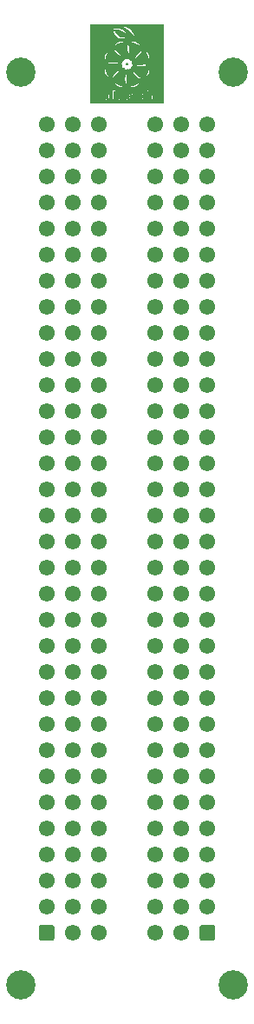
<source format=gbs>
G04 #@! TF.GenerationSoftware,KiCad,Pcbnew,(5.1.7)-1*
G04 #@! TF.CreationDate,2022-02-14T00:20:13+00:00*
G04 #@! TF.ProjectId,bp_fp_connector,62705f66-705f-4636-9f6e-6e6563746f72,rev?*
G04 #@! TF.SameCoordinates,Original*
G04 #@! TF.FileFunction,Soldermask,Bot*
G04 #@! TF.FilePolarity,Negative*
%FSLAX46Y46*%
G04 Gerber Fmt 4.6, Leading zero omitted, Abs format (unit mm)*
G04 Created by KiCad (PCBNEW (5.1.7)-1) date 2022-02-14 00:20:13*
%MOMM*%
%LPD*%
G01*
G04 APERTURE LIST*
%ADD10C,0.010000*%
%ADD11C,1.550000*%
%ADD12C,2.850000*%
G04 APERTURE END LIST*
D10*
G36*
X21572222Y-20543867D02*
G01*
X28622133Y-20543867D01*
X28622133Y-19544800D01*
X28131067Y-19544800D01*
X28131067Y-20205200D01*
X28029467Y-20205200D01*
X28029467Y-19775455D01*
X28002656Y-19721223D01*
X27981980Y-19682637D01*
X27963003Y-19654363D01*
X27945067Y-19635671D01*
X27927514Y-19625833D01*
X27914760Y-19623822D01*
X27898323Y-19626129D01*
X27887320Y-19634790D01*
X27884253Y-19639088D01*
X27881950Y-19643315D01*
X27880014Y-19649026D01*
X27878405Y-19657200D01*
X27877083Y-19668817D01*
X27876011Y-19684854D01*
X27875147Y-19706291D01*
X27874453Y-19734108D01*
X27873889Y-19769282D01*
X27873417Y-19812793D01*
X27872997Y-19865621D01*
X27872589Y-19928744D01*
X27872583Y-19929777D01*
X27870920Y-20205200D01*
X27769822Y-20205200D01*
X27769822Y-19775257D01*
X27740904Y-19718959D01*
X27721117Y-19682608D01*
X27703816Y-19655969D01*
X27688061Y-19637998D01*
X27672907Y-19627651D01*
X27657413Y-19623884D01*
X27654986Y-19623822D01*
X27638556Y-19626177D01*
X27627518Y-19634993D01*
X27624608Y-19639089D01*
X27622306Y-19643315D01*
X27620370Y-19649022D01*
X27618762Y-19657189D01*
X27617443Y-19668796D01*
X27616372Y-19684820D01*
X27615512Y-19706243D01*
X27614823Y-19734042D01*
X27614265Y-19769196D01*
X27613800Y-19812685D01*
X27613389Y-19865488D01*
X27612992Y-19928584D01*
X27612985Y-19929778D01*
X27611370Y-20205200D01*
X27509508Y-20205200D01*
X27510130Y-20109245D01*
X27386000Y-20109245D01*
X27386000Y-20205200D01*
X26861067Y-20205200D01*
X26861067Y-20109245D01*
X27058622Y-20109245D01*
X27058622Y-19861148D01*
X26746659Y-19861148D01*
X26745684Y-19928221D01*
X26735869Y-19989220D01*
X26717491Y-20043730D01*
X26690827Y-20091337D01*
X26656153Y-20131628D01*
X26613747Y-20164189D01*
X26563883Y-20188604D01*
X26518974Y-20201958D01*
X26484279Y-20207124D01*
X26442413Y-20209324D01*
X26397057Y-20208696D01*
X26351893Y-20205381D01*
X26310602Y-20199517D01*
X26282511Y-20192992D01*
X26237356Y-20179800D01*
X26235715Y-20129719D01*
X26235109Y-20105926D01*
X26235440Y-20091439D01*
X26237069Y-20084291D01*
X26240355Y-20082514D01*
X26244181Y-20083543D01*
X26310053Y-20104832D01*
X26371370Y-20115998D01*
X26428464Y-20117090D01*
X26448488Y-20114965D01*
X26498098Y-20103965D01*
X26539253Y-20085969D01*
X26572383Y-20060514D01*
X26597917Y-20027136D01*
X26616283Y-19985372D01*
X26627912Y-19934759D01*
X26630004Y-19919062D01*
X26631884Y-19859768D01*
X26624091Y-19802146D01*
X26612314Y-19762345D01*
X26596248Y-19731433D01*
X26572368Y-19700510D01*
X26543671Y-19672813D01*
X26513156Y-19651581D01*
X26506540Y-19648119D01*
X26472681Y-19636519D01*
X26431848Y-19630451D01*
X26386848Y-19629810D01*
X26340486Y-19634489D01*
X26295568Y-19644382D01*
X26259064Y-19657492D01*
X26234533Y-19668343D01*
X26234533Y-19566802D01*
X26252878Y-19559232D01*
X26291140Y-19547410D01*
X26307672Y-19544800D01*
X26070845Y-19544800D01*
X26070845Y-20205200D01*
X25957956Y-20205200D01*
X25957956Y-19880645D01*
X25429149Y-19880645D01*
X25426149Y-19943111D01*
X25417409Y-19997139D01*
X25402421Y-20044299D01*
X25380673Y-20086156D01*
X25351657Y-20124278D01*
X25348957Y-20127268D01*
X25310983Y-20160650D01*
X25265227Y-20186762D01*
X25213095Y-20204897D01*
X25182397Y-20211185D01*
X25155134Y-20213444D01*
X25121614Y-20213254D01*
X25086545Y-20210853D01*
X25054635Y-20206479D01*
X25043556Y-20204171D01*
X24997875Y-20188334D01*
X24953547Y-20163702D01*
X24914461Y-20132482D01*
X24910911Y-20129003D01*
X24875063Y-20086525D01*
X24847979Y-20039167D01*
X24829324Y-19986007D01*
X24818763Y-19926122D01*
X24815902Y-19866534D01*
X24816068Y-19861148D01*
X24686437Y-19861148D01*
X24685461Y-19928221D01*
X24675646Y-19989220D01*
X24657269Y-20043730D01*
X24630605Y-20091337D01*
X24595931Y-20131628D01*
X24553524Y-20164189D01*
X24503661Y-20188604D01*
X24458752Y-20201958D01*
X24424057Y-20207124D01*
X24382191Y-20209324D01*
X24336835Y-20208696D01*
X24291670Y-20205381D01*
X24250380Y-20199517D01*
X24222289Y-20192992D01*
X24177133Y-20179800D01*
X24175493Y-20129719D01*
X24174972Y-20109245D01*
X24021911Y-20109245D01*
X24021911Y-20205200D01*
X23496978Y-20205200D01*
X23496978Y-20109245D01*
X23694533Y-20109245D01*
X23694533Y-19887614D01*
X23392533Y-19887614D01*
X23390759Y-19933392D01*
X23385834Y-19974828D01*
X23382068Y-19993169D01*
X23363579Y-20049318D01*
X23337595Y-20097106D01*
X23303970Y-20136661D01*
X23262557Y-20168113D01*
X23213207Y-20191591D01*
X23155774Y-20207225D01*
X23133543Y-20210894D01*
X23107706Y-20213001D01*
X23074101Y-20213557D01*
X23036125Y-20212670D01*
X22997176Y-20210449D01*
X22960652Y-20207005D01*
X22943822Y-20204779D01*
X22918556Y-20200674D01*
X22892420Y-20195912D01*
X22877500Y-20192888D01*
X22847867Y-20186470D01*
X22847867Y-20141555D01*
X22848015Y-20119286D01*
X22848892Y-20106184D01*
X22851150Y-20100128D01*
X22855439Y-20098995D01*
X22860567Y-20100152D01*
X22895707Y-20108031D01*
X22936520Y-20114196D01*
X22980374Y-20118529D01*
X23024636Y-20120906D01*
X23066676Y-20121206D01*
X23103862Y-20119309D01*
X23133561Y-20115093D01*
X23141489Y-20113109D01*
X23183737Y-20095305D01*
X23219250Y-20069103D01*
X23247080Y-20035764D01*
X23266277Y-19996550D01*
X23275892Y-19952723D01*
X23276845Y-19933242D01*
X23276845Y-19906045D01*
X22814692Y-19906045D01*
X22810869Y-19880553D01*
X22809483Y-19861926D01*
X22809491Y-19837337D01*
X22810887Y-19812028D01*
X22810941Y-19811409D01*
X22820917Y-19747270D01*
X22838579Y-19691228D01*
X22863774Y-19643435D01*
X22896346Y-19604042D01*
X22936139Y-19573202D01*
X22982998Y-19551066D01*
X23008370Y-19544800D01*
X22684178Y-19544800D01*
X22684178Y-20205200D01*
X22582578Y-20205200D01*
X22582578Y-19775455D01*
X22555767Y-19721223D01*
X22535091Y-19682637D01*
X22516114Y-19654363D01*
X22498178Y-19635671D01*
X22480625Y-19625833D01*
X22467871Y-19623822D01*
X22451434Y-19626129D01*
X22440431Y-19634790D01*
X22437364Y-19639088D01*
X22435061Y-19643315D01*
X22433125Y-19649026D01*
X22431516Y-19657200D01*
X22430195Y-19668817D01*
X22429122Y-19684854D01*
X22428258Y-19706291D01*
X22427564Y-19734108D01*
X22427000Y-19769282D01*
X22426528Y-19812793D01*
X22426108Y-19865621D01*
X22425700Y-19928744D01*
X22425694Y-19929777D01*
X22424032Y-20205200D01*
X22322933Y-20205200D01*
X22322933Y-19775257D01*
X22294015Y-19718959D01*
X22274228Y-19682608D01*
X22256928Y-19655969D01*
X22241172Y-19637998D01*
X22226018Y-19627651D01*
X22210524Y-19623884D01*
X22208097Y-19623822D01*
X22191667Y-19626177D01*
X22180629Y-19634993D01*
X22177719Y-19639089D01*
X22175417Y-19643315D01*
X22173481Y-19649022D01*
X22171873Y-19657189D01*
X22170554Y-19668796D01*
X22169483Y-19684820D01*
X22168623Y-19706243D01*
X22167934Y-19734042D01*
X22167376Y-19769196D01*
X22166912Y-19812685D01*
X22166500Y-19865488D01*
X22166103Y-19928584D01*
X22166096Y-19929778D01*
X22164482Y-20205200D01*
X22062619Y-20205200D01*
X22064440Y-19924389D01*
X22064865Y-19860814D01*
X22065273Y-19807498D01*
X22065714Y-19763411D01*
X22066235Y-19727522D01*
X22066882Y-19698802D01*
X22067705Y-19676221D01*
X22068751Y-19658748D01*
X22070066Y-19645355D01*
X22071700Y-19635010D01*
X22073699Y-19626684D01*
X22076111Y-19619347D01*
X22078873Y-19612243D01*
X22094692Y-19582649D01*
X22115324Y-19558339D01*
X22138374Y-19541982D01*
X22144090Y-19539502D01*
X22169672Y-19534178D01*
X22199069Y-19534440D01*
X22226636Y-19539988D01*
X22237615Y-19544468D01*
X22262838Y-19561989D01*
X22286356Y-19588352D01*
X22309070Y-19624628D01*
X22315452Y-19636793D01*
X22336062Y-19677445D01*
X22342881Y-19637650D01*
X22351812Y-19599712D01*
X22364501Y-19571593D01*
X22382011Y-19552153D01*
X22405404Y-19540250D01*
X22435743Y-19534740D01*
X22438870Y-19534518D01*
X22470631Y-19535929D01*
X22498430Y-19545074D01*
X22523420Y-19562807D01*
X22546751Y-19589977D01*
X22569574Y-19627437D01*
X22572791Y-19633544D01*
X22582299Y-19650666D01*
X22589204Y-19659429D01*
X22593920Y-19659257D01*
X22596864Y-19649574D01*
X22598451Y-19629804D01*
X22599095Y-19599369D01*
X22599115Y-19597011D01*
X22599511Y-19544800D01*
X22684178Y-19544800D01*
X23008370Y-19544800D01*
X23036767Y-19537787D01*
X23095314Y-19533511D01*
X23151362Y-19537920D01*
X23201494Y-19551514D01*
X23247065Y-19574846D01*
X23289432Y-19608466D01*
X23296526Y-19615357D01*
X23329776Y-19654455D01*
X23355834Y-19698896D01*
X23376008Y-19750994D01*
X23379386Y-19762309D01*
X23386802Y-19798265D01*
X23391199Y-19841303D01*
X23392533Y-19887614D01*
X23694533Y-19887614D01*
X23694533Y-19273867D01*
X24004978Y-19273867D01*
X24004978Y-19364178D01*
X23807422Y-19364178D01*
X23807422Y-20109245D01*
X24021911Y-20109245D01*
X24174972Y-20109245D01*
X24174887Y-20105926D01*
X24175218Y-20091439D01*
X24176847Y-20084291D01*
X24180133Y-20082514D01*
X24183959Y-20083543D01*
X24249831Y-20104832D01*
X24311147Y-20115998D01*
X24368242Y-20117090D01*
X24388266Y-20114965D01*
X24437876Y-20103965D01*
X24479031Y-20085969D01*
X24512161Y-20060514D01*
X24537695Y-20027136D01*
X24556061Y-19985372D01*
X24567689Y-19934759D01*
X24569782Y-19919062D01*
X24571662Y-19859768D01*
X24563868Y-19802146D01*
X24552092Y-19762345D01*
X24536026Y-19731433D01*
X24512145Y-19700510D01*
X24483449Y-19672813D01*
X24452934Y-19651581D01*
X24446318Y-19648119D01*
X24412459Y-19636519D01*
X24371626Y-19630451D01*
X24326625Y-19629810D01*
X24280263Y-19634489D01*
X24235346Y-19644382D01*
X24198842Y-19657492D01*
X24174311Y-19668343D01*
X24174311Y-19566802D01*
X24192656Y-19559232D01*
X24230918Y-19547410D01*
X24278115Y-19539959D01*
X24334951Y-19536778D01*
X24349289Y-19536641D01*
X24383234Y-19537001D01*
X24409263Y-19538492D01*
X24430726Y-19541487D01*
X24450969Y-19546357D01*
X24459356Y-19548877D01*
X24515955Y-19572027D01*
X24565012Y-19603427D01*
X24606231Y-19642669D01*
X24639315Y-19689346D01*
X24663969Y-19743051D01*
X24679897Y-19803377D01*
X24686437Y-19861148D01*
X24816068Y-19861148D01*
X24817439Y-19816765D01*
X24821765Y-19775993D01*
X24825491Y-19757034D01*
X24844410Y-19699533D01*
X24871122Y-19650130D01*
X24905299Y-19609081D01*
X24946613Y-19576640D01*
X24994739Y-19553062D01*
X25049348Y-19538602D01*
X25110114Y-19533516D01*
X25112197Y-19533511D01*
X25156565Y-19535208D01*
X25194400Y-19540906D01*
X25230027Y-19551520D01*
X25261817Y-19565093D01*
X25306557Y-19592357D01*
X25345899Y-19628474D01*
X25377970Y-19671573D01*
X25389425Y-19692530D01*
X25405945Y-19729249D01*
X25417431Y-19763050D01*
X25424628Y-19797463D01*
X25428283Y-19836022D01*
X25429149Y-19880645D01*
X25957956Y-19880645D01*
X25957956Y-19769704D01*
X25900100Y-19711830D01*
X25862391Y-19676655D01*
X25828679Y-19650987D01*
X25797810Y-19634291D01*
X25768625Y-19626031D01*
X25739969Y-19625670D01*
X25721781Y-19629227D01*
X25693169Y-19641458D01*
X25671339Y-19661287D01*
X25655867Y-19689380D01*
X25646327Y-19726408D01*
X25643343Y-19752234D01*
X25640237Y-19793156D01*
X25528978Y-19793156D01*
X25529175Y-19769167D01*
X25531365Y-19738390D01*
X25536870Y-19704193D01*
X25544774Y-19670807D01*
X25554160Y-19642467D01*
X25558869Y-19632005D01*
X25583524Y-19594795D01*
X25614920Y-19566539D01*
X25653218Y-19547138D01*
X25698579Y-19536496D01*
X25718835Y-19534664D01*
X25764701Y-19536124D01*
X25807607Y-19546133D01*
X25848958Y-19565323D01*
X25890156Y-19594327D01*
X25927794Y-19628871D01*
X25943627Y-19644451D01*
X25956490Y-19656364D01*
X25964338Y-19662746D01*
X25965591Y-19663334D01*
X25967091Y-19658078D01*
X25968292Y-19643867D01*
X25969052Y-19623031D01*
X25969245Y-19604067D01*
X25969245Y-19544800D01*
X26070845Y-19544800D01*
X26307672Y-19544800D01*
X26338337Y-19539959D01*
X26395173Y-19536778D01*
X26409511Y-19536641D01*
X26443456Y-19537001D01*
X26469486Y-19538492D01*
X26490948Y-19541487D01*
X26511191Y-19546357D01*
X26519578Y-19548877D01*
X26576177Y-19572027D01*
X26625234Y-19603427D01*
X26666453Y-19642669D01*
X26699537Y-19689346D01*
X26724192Y-19743051D01*
X26740119Y-19803377D01*
X26746659Y-19861148D01*
X27058622Y-19861148D01*
X27058622Y-19544800D01*
X27369067Y-19544800D01*
X27369067Y-19635111D01*
X27171511Y-19635111D01*
X27171511Y-20109245D01*
X27386000Y-20109245D01*
X27510130Y-20109245D01*
X27511329Y-19924389D01*
X27511753Y-19860814D01*
X27512162Y-19807498D01*
X27512603Y-19763411D01*
X27513123Y-19727522D01*
X27513771Y-19698802D01*
X27514594Y-19676221D01*
X27515639Y-19658748D01*
X27516955Y-19645355D01*
X27518589Y-19635010D01*
X27520587Y-19626684D01*
X27522999Y-19619347D01*
X27525762Y-19612243D01*
X27541581Y-19582649D01*
X27562213Y-19558339D01*
X27585263Y-19541982D01*
X27590979Y-19539502D01*
X27616561Y-19534178D01*
X27645958Y-19534440D01*
X27673525Y-19539988D01*
X27684504Y-19544468D01*
X27709727Y-19561989D01*
X27733245Y-19588352D01*
X27755959Y-19624628D01*
X27762341Y-19636793D01*
X27782951Y-19677445D01*
X27789770Y-19637650D01*
X27798701Y-19599712D01*
X27811390Y-19571593D01*
X27828900Y-19552153D01*
X27852293Y-19540250D01*
X27882632Y-19534740D01*
X27885759Y-19534518D01*
X27917520Y-19535929D01*
X27945319Y-19545074D01*
X27970309Y-19562807D01*
X27993640Y-19589977D01*
X28016463Y-19627437D01*
X28019680Y-19633544D01*
X28029188Y-19650666D01*
X28036092Y-19659429D01*
X28040809Y-19659257D01*
X28043753Y-19649574D01*
X28045340Y-19629804D01*
X28045984Y-19599369D01*
X28046003Y-19597011D01*
X28046400Y-19544800D01*
X28131067Y-19544800D01*
X28622133Y-19544800D01*
X28622133Y-19362849D01*
X27219196Y-19362849D01*
X27216982Y-19374295D01*
X27206473Y-19396855D01*
X27189241Y-19417541D01*
X27168740Y-19432670D01*
X27158126Y-19437063D01*
X27141953Y-19441319D01*
X27130450Y-19442221D01*
X27117528Y-19439835D01*
X27109172Y-19437579D01*
X27087189Y-19426639D01*
X27067032Y-19408354D01*
X27052247Y-19386432D01*
X27047426Y-19373056D01*
X27046270Y-19344274D01*
X27054625Y-19316727D01*
X27070924Y-19293003D01*
X27093598Y-19275694D01*
X27110282Y-19269291D01*
X27139254Y-19267069D01*
X27166180Y-19274219D01*
X27189349Y-19289056D01*
X27207048Y-19309896D01*
X27217568Y-19335055D01*
X27219196Y-19362849D01*
X28622133Y-19362849D01*
X28622133Y-18507295D01*
X26414062Y-18507295D01*
X26411659Y-18527339D01*
X26402295Y-18553883D01*
X26386803Y-18585260D01*
X26366015Y-18619802D01*
X26340765Y-18655843D01*
X26338201Y-18659236D01*
X26321295Y-18679330D01*
X26297840Y-18704298D01*
X26270100Y-18731958D01*
X26240337Y-18760129D01*
X26210815Y-18786630D01*
X26183799Y-18809281D01*
X26176640Y-18814907D01*
X26129184Y-18846749D01*
X26073096Y-18876483D01*
X26010971Y-18903219D01*
X25945399Y-18926066D01*
X25878972Y-18944137D01*
X25814284Y-18956540D01*
X25753925Y-18962385D01*
X25746289Y-18962623D01*
X25730069Y-18962466D01*
X25705662Y-18961590D01*
X25676138Y-18960132D01*
X25644566Y-18958228D01*
X25638473Y-18957819D01*
X25603045Y-18954511D01*
X25563105Y-18949316D01*
X25521140Y-18942698D01*
X25479637Y-18935121D01*
X25441084Y-18927049D01*
X25407967Y-18918949D01*
X25382776Y-18911283D01*
X25376578Y-18908908D01*
X25356822Y-18900712D01*
X25364382Y-18894898D01*
X24788245Y-18894898D01*
X24783610Y-18904518D01*
X24783509Y-18904640D01*
X24770037Y-18915158D01*
X24747399Y-18926454D01*
X24717621Y-18937833D01*
X24682732Y-18948600D01*
X24644756Y-18958061D01*
X24606111Y-18965458D01*
X24591549Y-18966544D01*
X24568246Y-18966859D01*
X24538718Y-18966494D01*
X24505479Y-18965545D01*
X24471045Y-18964105D01*
X24437930Y-18962268D01*
X24408649Y-18960128D01*
X24385719Y-18957780D01*
X24380333Y-18957030D01*
X24327458Y-18945521D01*
X24269597Y-18926947D01*
X24209389Y-18902567D01*
X24149472Y-18873642D01*
X24092483Y-18841433D01*
X24041061Y-18807199D01*
X24002792Y-18776650D01*
X23973632Y-18748814D01*
X23940797Y-18714067D01*
X23906578Y-18675079D01*
X23873265Y-18634526D01*
X23843146Y-18595078D01*
X23824429Y-18568421D01*
X23804594Y-18538092D01*
X23786506Y-18509086D01*
X23771147Y-18483101D01*
X23759497Y-18461832D01*
X23752536Y-18446978D01*
X23750978Y-18441243D01*
X23755829Y-18439995D01*
X23767758Y-18441154D01*
X23770306Y-18441603D01*
X23783378Y-18443218D01*
X23789199Y-18439931D01*
X23791457Y-18429635D01*
X23791472Y-18429501D01*
X23793506Y-18419040D01*
X23797373Y-18418272D01*
X23801778Y-18422083D01*
X23811778Y-18430607D01*
X23826079Y-18441436D01*
X23830000Y-18444225D01*
X23842555Y-18453376D01*
X23861239Y-18467436D01*
X23883315Y-18484329D01*
X23901590Y-18498498D01*
X23937182Y-18525248D01*
X23973577Y-18550358D01*
X24012657Y-18574954D01*
X24056305Y-18600163D01*
X24106403Y-18627111D01*
X24164836Y-18656924D01*
X24174311Y-18661650D01*
X24214870Y-18681431D01*
X24255144Y-18700340D01*
X24293640Y-18717738D01*
X24328861Y-18732987D01*
X24359312Y-18745448D01*
X24383498Y-18754483D01*
X24399922Y-18759453D01*
X24405159Y-18760222D01*
X24412436Y-18761789D01*
X24428208Y-18766059D01*
X24450186Y-18772391D01*
X24476084Y-18780140D01*
X24477372Y-18780532D01*
X24508162Y-18789335D01*
X24545750Y-18799201D01*
X24585849Y-18809050D01*
X24624174Y-18817805D01*
X24632488Y-18819592D01*
X24668403Y-18827481D01*
X24695503Y-18834229D01*
X24716101Y-18840587D01*
X24732513Y-18847307D01*
X24747052Y-18855140D01*
X24752632Y-18858606D01*
X24773671Y-18873306D01*
X24785237Y-18884949D01*
X24788245Y-18894898D01*
X25364382Y-18894898D01*
X25370933Y-18889860D01*
X25382537Y-18882133D01*
X25390671Y-18878757D01*
X25390689Y-18878756D01*
X25390840Y-18875734D01*
X25383595Y-18868723D01*
X25382694Y-18868020D01*
X25373814Y-18860533D01*
X25373542Y-18856741D01*
X25379872Y-18854216D01*
X25388988Y-18852384D01*
X25407129Y-18849482D01*
X25432117Y-18845833D01*
X25461775Y-18841760D01*
X25481000Y-18839233D01*
X25531181Y-18832165D01*
X25577414Y-18824240D01*
X25622208Y-18814843D01*
X25668069Y-18803362D01*
X25717504Y-18789181D01*
X25773019Y-18771687D01*
X25818569Y-18756558D01*
X25918005Y-18720320D01*
X26010589Y-18680678D01*
X26099709Y-18635966D01*
X26188755Y-18584514D01*
X26257357Y-18540613D01*
X26288409Y-18520610D01*
X26312864Y-18506452D01*
X26332982Y-18496984D01*
X26351022Y-18491051D01*
X26357077Y-18489636D01*
X26382211Y-18485035D01*
X26398548Y-18484449D01*
X26408053Y-18488489D01*
X26412691Y-18497763D01*
X26414062Y-18507295D01*
X28622133Y-18507295D01*
X28622133Y-18477419D01*
X25116649Y-18477419D01*
X25116564Y-18513999D01*
X25115605Y-18545206D01*
X25113753Y-18569083D01*
X25110991Y-18583673D01*
X25110979Y-18583706D01*
X25099385Y-18602853D01*
X25079910Y-18621077D01*
X25055863Y-18635943D01*
X25030550Y-18645016D01*
X25026724Y-18645748D01*
X25015184Y-18648370D01*
X25010323Y-18650462D01*
X25004460Y-18649394D01*
X24992355Y-18643946D01*
X24985384Y-18640216D01*
X24962208Y-18620969D01*
X24946341Y-18598182D01*
X24935578Y-18575173D01*
X24923752Y-18543287D01*
X24911573Y-18504795D01*
X24899749Y-18461970D01*
X24888991Y-18417083D01*
X24887105Y-18408410D01*
X24884161Y-18392825D01*
X24881842Y-18375754D01*
X24880080Y-18355677D01*
X24878806Y-18331076D01*
X24877952Y-18300432D01*
X24877447Y-18262226D01*
X24877224Y-18214939D01*
X24877197Y-18190134D01*
X24877218Y-18141047D01*
X24877400Y-18101253D01*
X24877875Y-18068757D01*
X24878771Y-18041563D01*
X24880221Y-18017675D01*
X24882354Y-17995098D01*
X24885301Y-17971836D01*
X24889193Y-17945892D01*
X24894159Y-17915273D01*
X24895844Y-17905089D01*
X24902613Y-17865223D01*
X24909894Y-17824055D01*
X24917099Y-17784791D01*
X24923642Y-17750637D01*
X24928399Y-17727289D01*
X24935454Y-17693920D01*
X24943085Y-17657302D01*
X24950144Y-17622967D01*
X24953535Y-17606224D01*
X24959123Y-17581478D01*
X24965042Y-17560287D01*
X24970429Y-17545535D01*
X24973139Y-17540869D01*
X24979963Y-17529662D01*
X24981467Y-17523108D01*
X24984557Y-17513539D01*
X24991686Y-17504968D01*
X24999641Y-17500129D01*
X25005209Y-17501759D01*
X25005586Y-17502577D01*
X25008581Y-17503137D01*
X25012318Y-17494713D01*
X25012767Y-17493101D01*
X25018009Y-17479757D01*
X25025139Y-17468460D01*
X25031839Y-17462406D01*
X25034809Y-17462739D01*
X25036851Y-17469889D01*
X25039409Y-17486627D01*
X25042318Y-17511270D01*
X25045412Y-17542139D01*
X25048525Y-17577553D01*
X25051493Y-17615831D01*
X25054149Y-17655291D01*
X25054748Y-17665200D01*
X25057061Y-17700374D01*
X25060273Y-17743569D01*
X25064124Y-17791575D01*
X25068353Y-17841184D01*
X25072699Y-17889187D01*
X25074478Y-17907911D01*
X25078768Y-17953572D01*
X25083058Y-18001495D01*
X25087093Y-18048651D01*
X25090618Y-18092014D01*
X25093374Y-18128556D01*
X25094308Y-18142156D01*
X25097153Y-18182302D01*
X25100682Y-18227363D01*
X25104473Y-18272189D01*
X25108106Y-18311629D01*
X25108586Y-18316513D01*
X25111826Y-18355014D01*
X25114262Y-18395969D01*
X25115875Y-18437424D01*
X25116649Y-18477419D01*
X28622133Y-18477419D01*
X28622133Y-17323711D01*
X27343364Y-17323711D01*
X27342166Y-17386831D01*
X27338148Y-17442118D01*
X27330620Y-17492237D01*
X27318896Y-17539852D01*
X27302288Y-17587629D01*
X27280109Y-17638233D01*
X27251671Y-17694328D01*
X27244135Y-17708355D01*
X27208981Y-17767187D01*
X27169669Y-17820646D01*
X27123857Y-17871640D01*
X27076652Y-17916479D01*
X27045503Y-17943250D01*
X27012627Y-17969641D01*
X26979128Y-17994953D01*
X26946111Y-18018484D01*
X26914682Y-18039534D01*
X26885945Y-18057404D01*
X26861005Y-18071393D01*
X26840967Y-18080800D01*
X26826936Y-18084927D01*
X26820017Y-18083071D01*
X26819622Y-18079361D01*
X26822280Y-18063056D01*
X26822001Y-18055116D01*
X26817959Y-18052819D01*
X26811678Y-18053189D01*
X26801807Y-18052558D01*
X26798978Y-18050034D01*
X26802237Y-18044332D01*
X26804114Y-18041602D01*
X26426445Y-18041602D01*
X26426445Y-18069112D01*
X26423891Y-18094046D01*
X26417163Y-18120229D01*
X26407660Y-18143269D01*
X26398408Y-18157141D01*
X26382780Y-18166526D01*
X26359856Y-18170820D01*
X26332405Y-18170043D01*
X26303198Y-18164213D01*
X26281380Y-18156348D01*
X26242322Y-18136865D01*
X26198676Y-18111414D01*
X26153697Y-18082144D01*
X26110643Y-18051204D01*
X26072770Y-18020744D01*
X26063417Y-18012485D01*
X25999346Y-17952539D01*
X25940812Y-17893394D01*
X25886046Y-17832964D01*
X25833277Y-17769165D01*
X25780737Y-17699911D01*
X25726655Y-17623118D01*
X25702314Y-17587001D01*
X25682842Y-17557803D01*
X25661583Y-17525974D01*
X25641458Y-17495885D01*
X25628836Y-17477046D01*
X25611793Y-17449906D01*
X25596322Y-17422108D01*
X25583788Y-17396377D01*
X25575558Y-17375441D01*
X25573213Y-17366045D01*
X25573285Y-17353442D01*
X25576904Y-17346592D01*
X25580650Y-17346828D01*
X25584465Y-17347542D01*
X25582637Y-17343527D01*
X25578688Y-17332762D01*
X25576158Y-17319453D01*
X25574209Y-17302707D01*
X25589693Y-17312586D01*
X25606630Y-17324364D01*
X25628111Y-17341107D01*
X25655097Y-17363609D01*
X25688553Y-17392667D01*
X25715139Y-17416264D01*
X25735719Y-17434352D01*
X25763144Y-17458013D01*
X25795535Y-17485652D01*
X25831015Y-17515673D01*
X25867708Y-17546481D01*
X25901117Y-17574309D01*
X25936855Y-17604051D01*
X25972769Y-17634124D01*
X26007067Y-17663013D01*
X26037955Y-17689204D01*
X26063643Y-17711184D01*
X26081739Y-17726910D01*
X26105141Y-17747309D01*
X26134298Y-17772386D01*
X26166264Y-17799628D01*
X26198094Y-17826519D01*
X26214778Y-17840502D01*
X26246981Y-17868184D01*
X26282383Y-17899916D01*
X26317471Y-17932473D01*
X26348734Y-17962629D01*
X26360122Y-17974049D01*
X26426445Y-18041602D01*
X26804114Y-18041602D01*
X26811311Y-18031140D01*
X26825141Y-18011927D01*
X26842670Y-17988160D01*
X26862841Y-17961307D01*
X26863995Y-17959784D01*
X26886999Y-17928847D01*
X26909859Y-17897044D01*
X26930770Y-17866960D01*
X26947927Y-17841182D01*
X26957478Y-17825838D01*
X26970159Y-17803406D01*
X26986347Y-17773329D01*
X27004937Y-17737800D01*
X27024824Y-17699010D01*
X27044904Y-17659154D01*
X27064072Y-17620422D01*
X27081225Y-17585009D01*
X27095257Y-17555106D01*
X27105064Y-17532906D01*
X27105210Y-17532556D01*
X27118940Y-17496522D01*
X27133959Y-17452103D01*
X27149482Y-17402011D01*
X27164723Y-17348955D01*
X27178896Y-17295649D01*
X27191215Y-17244802D01*
X27198867Y-17209407D01*
X27206526Y-17173594D01*
X27213462Y-17146448D01*
X27220473Y-17125449D01*
X27228356Y-17108079D01*
X27234201Y-17097746D01*
X27249698Y-17073779D01*
X27261846Y-17059091D01*
X27271758Y-17052589D01*
X27279869Y-17052903D01*
X27290314Y-17062019D01*
X27301721Y-17081004D01*
X27313473Y-17108549D01*
X27324952Y-17143346D01*
X27328555Y-17156124D01*
X27333708Y-17175910D01*
X27337512Y-17193325D01*
X27340168Y-17210655D01*
X27341879Y-17230185D01*
X27342848Y-17254201D01*
X27343275Y-17284991D01*
X27343364Y-17323711D01*
X28622133Y-17323711D01*
X28622133Y-16829190D01*
X27030400Y-16829190D01*
X27025117Y-16849551D01*
X27010317Y-16870125D01*
X26987571Y-16889012D01*
X26974391Y-16896868D01*
X26952419Y-16906694D01*
X26922221Y-16917613D01*
X26886694Y-16928799D01*
X26848738Y-16939428D01*
X26811250Y-16948673D01*
X26777129Y-16955708D01*
X26756645Y-16958896D01*
X26730626Y-16961204D01*
X26695631Y-16962915D01*
X26653959Y-16964041D01*
X26607905Y-16964593D01*
X26559766Y-16964581D01*
X26511841Y-16964017D01*
X26466426Y-16962911D01*
X26425818Y-16961275D01*
X26392314Y-16959119D01*
X26372464Y-16957067D01*
X26338260Y-16952272D01*
X26299517Y-16946442D01*
X26258261Y-16939922D01*
X26216515Y-16933056D01*
X26176305Y-16926188D01*
X26139655Y-16919663D01*
X26108590Y-16913825D01*
X26085136Y-16909017D01*
X26073667Y-16906271D01*
X26054726Y-16901584D01*
X26029334Y-16895956D01*
X26002157Y-16890409D01*
X25994645Y-16888969D01*
X25969131Y-16883109D01*
X25943403Y-16875425D01*
X25919780Y-16866832D01*
X25900582Y-16858245D01*
X25888129Y-16850579D01*
X25884578Y-16845577D01*
X25879893Y-16841595D01*
X25874700Y-16840715D01*
X25868659Y-16839796D01*
X25872735Y-16836960D01*
X25876111Y-16835467D01*
X25887400Y-16830616D01*
X25876111Y-16830040D01*
X25864862Y-16827108D01*
X25853868Y-16821002D01*
X25846726Y-16814196D01*
X25846450Y-16809624D01*
X25853347Y-16805981D01*
X25867027Y-16802551D01*
X25888334Y-16799232D01*
X25918108Y-16795920D01*
X25957190Y-16792512D01*
X26006423Y-16788904D01*
X26026072Y-16787584D01*
X26071964Y-16784375D01*
X26125194Y-16780351D01*
X26181867Y-16775826D01*
X26238091Y-16771113D01*
X26289969Y-16766526D01*
X26292025Y-16766336D01*
X25715156Y-16766336D01*
X25713247Y-16779920D01*
X25705705Y-16798604D01*
X25692999Y-16824363D01*
X25682425Y-16846482D01*
X25673654Y-16866983D01*
X25668260Y-16882134D01*
X25667652Y-16884515D01*
X25657525Y-16909013D01*
X25637066Y-16937140D01*
X25606183Y-16969009D01*
X25576956Y-16994739D01*
X25554953Y-17013446D01*
X25534550Y-17031374D01*
X25518280Y-17046265D01*
X25509819Y-17054603D01*
X25499838Y-17066151D01*
X25496925Y-17073919D01*
X25500028Y-17081966D01*
X25501935Y-17084981D01*
X25507781Y-17098309D01*
X25512843Y-17117122D01*
X25514444Y-17126156D01*
X25517428Y-17145332D01*
X25520342Y-17161581D01*
X25521433Y-17166700D01*
X25519975Y-17176058D01*
X25510498Y-17185448D01*
X25492143Y-17195376D01*
X25464052Y-17206347D01*
X25441090Y-17213983D01*
X25420472Y-17221172D01*
X25403418Y-17228264D01*
X25393491Y-17233770D01*
X25393281Y-17233947D01*
X25374974Y-17243485D01*
X25347232Y-17249180D01*
X25311279Y-17250896D01*
X25268342Y-17248499D01*
X25264442Y-17248105D01*
X25235400Y-17245403D01*
X25206623Y-17243290D01*
X25182371Y-17242053D01*
X25172232Y-17241851D01*
X25153970Y-17242177D01*
X25143811Y-17244212D01*
X25138572Y-17249574D01*
X25135068Y-17259883D01*
X25134790Y-17260888D01*
X25128516Y-17275748D01*
X25117691Y-17294599D01*
X25107802Y-17309024D01*
X25095408Y-17324844D01*
X25086531Y-17333136D01*
X25078386Y-17335745D01*
X25069044Y-17334685D01*
X25056137Y-17330557D01*
X25036832Y-17322628D01*
X25014699Y-17312393D01*
X25008100Y-17309127D01*
X24987196Y-17299087D01*
X24969436Y-17291430D01*
X24957709Y-17287370D01*
X24955483Y-17287022D01*
X24939435Y-17282530D01*
X24918918Y-17269954D01*
X24895663Y-17250646D01*
X24871397Y-17225958D01*
X24859199Y-17211743D01*
X24845750Y-17195692D01*
X24535556Y-17195692D01*
X24531857Y-17203883D01*
X24521341Y-17219239D01*
X24504880Y-17240658D01*
X24483347Y-17267039D01*
X24457614Y-17297281D01*
X24432053Y-17326365D01*
X24412115Y-17349075D01*
X24386782Y-17378462D01*
X24357805Y-17412462D01*
X24326937Y-17449012D01*
X24295930Y-17486050D01*
X24273725Y-17512800D01*
X24243083Y-17549716D01*
X24210679Y-17588488D01*
X24178417Y-17626854D01*
X24148202Y-17662555D01*
X24121939Y-17693331D01*
X24107253Y-17710356D01*
X24080396Y-17741453D01*
X24051019Y-17775742D01*
X24022024Y-17809817D01*
X23996313Y-17840276D01*
X23986946Y-17851467D01*
X23966719Y-17874960D01*
X23943140Y-17901124D01*
X23917551Y-17928601D01*
X23891292Y-17956028D01*
X23865704Y-17982045D01*
X23842126Y-18005293D01*
X23821901Y-18024410D01*
X23806367Y-18038035D01*
X23796866Y-18044809D01*
X23796133Y-18045119D01*
X23788378Y-18047469D01*
X23780401Y-18048229D01*
X23769002Y-18047260D01*
X23750980Y-18044424D01*
X23741240Y-18042742D01*
X23708833Y-18033801D01*
X23686077Y-18019628D01*
X23676850Y-18005895D01*
X23355515Y-18005895D01*
X23355218Y-18023605D01*
X23351965Y-18034093D01*
X23351633Y-18034458D01*
X23341789Y-18037133D01*
X23324664Y-18034806D01*
X23302741Y-18028149D01*
X23278498Y-18017835D01*
X23265583Y-18011130D01*
X23219179Y-17983424D01*
X23177421Y-17953947D01*
X23138167Y-17920814D01*
X23099272Y-17882145D01*
X23058593Y-17836055D01*
X23038780Y-17811956D01*
X22998588Y-17754797D01*
X22962575Y-17688605D01*
X22931470Y-17615097D01*
X22906003Y-17535989D01*
X22887536Y-17456356D01*
X22884468Y-17432392D01*
X22882386Y-17399980D01*
X22881295Y-17361918D01*
X22881196Y-17321004D01*
X22882095Y-17280036D01*
X22883994Y-17241811D01*
X22886896Y-17209127D01*
X22887224Y-17206417D01*
X22892336Y-17170572D01*
X22898873Y-17132691D01*
X22906360Y-17094858D01*
X22914324Y-17059155D01*
X22922290Y-17027667D01*
X22929783Y-17002477D01*
X22936329Y-16985670D01*
X22938263Y-16982222D01*
X22942927Y-16977509D01*
X22946210Y-16982695D01*
X22947201Y-16986065D01*
X22954808Y-16998690D01*
X22966374Y-17002040D01*
X22977566Y-16996445D01*
X22981442Y-16993756D01*
X22984493Y-16994715D01*
X22987145Y-17000833D01*
X22989823Y-17013622D01*
X22992952Y-17034593D01*
X22996958Y-17065259D01*
X22996982Y-17065453D01*
X23004314Y-17120626D01*
X23011515Y-17168500D01*
X23019172Y-17211538D01*
X23027873Y-17252202D01*
X23038204Y-17292954D01*
X23050752Y-17336255D01*
X23066103Y-17384568D01*
X23084846Y-17440356D01*
X23089784Y-17454754D01*
X23131507Y-17565167D01*
X23178904Y-17669324D01*
X23233631Y-17770554D01*
X23297344Y-17872188D01*
X23297610Y-17872586D01*
X23314274Y-17898611D01*
X23329172Y-17923872D01*
X23340778Y-17945646D01*
X23347564Y-17961209D01*
X23347938Y-17962383D01*
X23353031Y-17984357D01*
X23355515Y-18005895D01*
X23676850Y-18005895D01*
X23672687Y-17999700D01*
X23668382Y-17973495D01*
X23672876Y-17940488D01*
X23677284Y-17924588D01*
X23687532Y-17898481D01*
X23703515Y-17866115D01*
X23723757Y-17829914D01*
X23746782Y-17792302D01*
X23771113Y-17755705D01*
X23795273Y-17722547D01*
X23815122Y-17698249D01*
X23849788Y-17660274D01*
X23889366Y-17619451D01*
X23931946Y-17577564D01*
X23975617Y-17536398D01*
X24018471Y-17497737D01*
X24058597Y-17463365D01*
X24094086Y-17435068D01*
X24106812Y-17425667D01*
X24168416Y-17381830D01*
X24225761Y-17341734D01*
X24278193Y-17305805D01*
X24325060Y-17274472D01*
X24365711Y-17248162D01*
X24399494Y-17227302D01*
X24425756Y-17212321D01*
X24443845Y-17203647D01*
X24446925Y-17202542D01*
X24471392Y-17195819D01*
X24487262Y-17194011D01*
X24493921Y-17197146D01*
X24493616Y-17200543D01*
X24493031Y-17205166D01*
X24498661Y-17202751D01*
X24503019Y-17199802D01*
X24515679Y-17193436D01*
X24527559Y-17191148D01*
X24534812Y-17193423D01*
X24535556Y-17195692D01*
X24845750Y-17195692D01*
X24828537Y-17175150D01*
X24803796Y-17147416D01*
X24785102Y-17128672D01*
X24772580Y-17119048D01*
X24768426Y-17117689D01*
X24758258Y-17120599D01*
X24748435Y-17125865D01*
X24736335Y-17130721D01*
X24717391Y-17135154D01*
X24698920Y-17137822D01*
X24680589Y-17139256D01*
X24667263Y-17138137D01*
X24657317Y-17132886D01*
X24649127Y-17121923D01*
X24641071Y-17103668D01*
X24631525Y-17076540D01*
X24629377Y-17070160D01*
X24621724Y-17048586D01*
X24614652Y-17030761D01*
X24609402Y-17019747D01*
X24608399Y-17018267D01*
X24603632Y-17008992D01*
X24597854Y-16992971D01*
X24594363Y-16981130D01*
X24591996Y-16971996D01*
X24590261Y-16963439D01*
X24589202Y-16953998D01*
X24588860Y-16942212D01*
X24589276Y-16926620D01*
X24590494Y-16905763D01*
X24592555Y-16878179D01*
X24595500Y-16842408D01*
X24599372Y-16796990D01*
X24599790Y-16792114D01*
X24599003Y-16771207D01*
X24592092Y-16759494D01*
X24581297Y-16756445D01*
X24571329Y-16753095D01*
X24555835Y-16744353D01*
X24537857Y-16732180D01*
X24520435Y-16718535D01*
X24514832Y-16713592D01*
X24508003Y-16705138D01*
X24505545Y-16694869D01*
X24507821Y-16680938D01*
X24515192Y-16661498D01*
X24521274Y-16648791D01*
X24376443Y-16648791D01*
X24376131Y-16652462D01*
X24367522Y-16655704D01*
X24348400Y-16659181D01*
X24319533Y-16662801D01*
X24281695Y-16666473D01*
X24235653Y-16670107D01*
X24213822Y-16671615D01*
X24182220Y-16673864D01*
X24141871Y-16676966D01*
X24095270Y-16680717D01*
X24044908Y-16684910D01*
X23993281Y-16689342D01*
X23942880Y-16693807D01*
X23934422Y-16694572D01*
X23882868Y-16699184D01*
X23828201Y-16703957D01*
X23773249Y-16708653D01*
X23720840Y-16713033D01*
X23673801Y-16716858D01*
X23634961Y-16719889D01*
X23632445Y-16720078D01*
X23596669Y-16722861D01*
X23564853Y-16725519D01*
X23538663Y-16727897D01*
X23519764Y-16729842D01*
X23509822Y-16731199D01*
X23508737Y-16731530D01*
X23502657Y-16732208D01*
X23486931Y-16732808D01*
X23463206Y-16733301D01*
X23433124Y-16733656D01*
X23398331Y-16733845D01*
X23381087Y-16733867D01*
X23340153Y-16733811D01*
X23308951Y-16733558D01*
X23285925Y-16732978D01*
X23269520Y-16731940D01*
X23258179Y-16730315D01*
X23250346Y-16727973D01*
X23244465Y-16724784D01*
X23240913Y-16722165D01*
X23226059Y-16706538D01*
X23211114Y-16684553D01*
X23198834Y-16660777D01*
X23192351Y-16641682D01*
X23193099Y-16619654D01*
X23204758Y-16598470D01*
X23226969Y-16578322D01*
X23259373Y-16559400D01*
X23301611Y-16541895D01*
X23353325Y-16525999D01*
X23414156Y-16511901D01*
X23448328Y-16505509D01*
X23474034Y-16502306D01*
X23508853Y-16499796D01*
X23550632Y-16497982D01*
X23597218Y-16496865D01*
X23646455Y-16496447D01*
X23696192Y-16496731D01*
X23744272Y-16497718D01*
X23788544Y-16499410D01*
X23826852Y-16501809D01*
X23857043Y-16504918D01*
X23858651Y-16505141D01*
X23916935Y-16513804D01*
X23975721Y-16523285D01*
X24033732Y-16533324D01*
X24089694Y-16543658D01*
X24142329Y-16554027D01*
X24190361Y-16564169D01*
X24232516Y-16573822D01*
X24267516Y-16582726D01*
X24294086Y-16590618D01*
X24310949Y-16597238D01*
X24312600Y-16598127D01*
X24333870Y-16610629D01*
X24346373Y-16618986D01*
X24351357Y-16624257D01*
X24350072Y-16627503D01*
X24348274Y-16628397D01*
X24345708Y-16630944D01*
X24351103Y-16631821D01*
X24361002Y-16634978D01*
X24370682Y-16641652D01*
X24376443Y-16648791D01*
X24521274Y-16648791D01*
X24528020Y-16634701D01*
X24531732Y-16627399D01*
X24541803Y-16606588D01*
X24550022Y-16587544D01*
X24554664Y-16574277D01*
X24554744Y-16573955D01*
X24561663Y-16555365D01*
X24574294Y-16535460D01*
X24593642Y-16513064D01*
X24620710Y-16487002D01*
X24652482Y-16459455D01*
X24675379Y-16439925D01*
X24695109Y-16422456D01*
X24710053Y-16408529D01*
X24718598Y-16399624D01*
X24719915Y-16397674D01*
X24719899Y-16387965D01*
X24716361Y-16372623D01*
X24714071Y-16365746D01*
X24708074Y-16344831D01*
X24703420Y-16320800D01*
X24702340Y-16312200D01*
X24701484Y-16296423D01*
X24703624Y-16284719D01*
X24710377Y-16275594D01*
X24723361Y-16267555D01*
X24744194Y-16259111D01*
X24769174Y-16250536D01*
X24793056Y-16241969D01*
X24815299Y-16232938D01*
X24831726Y-16225160D01*
X24833860Y-16223956D01*
X24848155Y-16217972D01*
X24868001Y-16214046D01*
X24894580Y-16212129D01*
X24929072Y-16212174D01*
X24972659Y-16214132D01*
X25010986Y-16216749D01*
X25039235Y-16218766D01*
X25058222Y-16219649D01*
X25069929Y-16219238D01*
X25076341Y-16217371D01*
X25079441Y-16213888D01*
X25080490Y-16211105D01*
X25096253Y-16176382D01*
X25119396Y-16144826D01*
X25122198Y-16141960D01*
X24650974Y-16141960D01*
X24650922Y-16150930D01*
X24643500Y-16151950D01*
X24628991Y-16145062D01*
X24607675Y-16130307D01*
X24591145Y-16117211D01*
X24570944Y-16100335D01*
X24545225Y-16078445D01*
X24516899Y-16054040D01*
X24488877Y-16029618D01*
X24480972Y-16022667D01*
X24456113Y-16001057D01*
X24424914Y-15974396D01*
X24389810Y-15944737D01*
X24353233Y-15914133D01*
X24317618Y-15884637D01*
X24306998Y-15875911D01*
X24272129Y-15847159D01*
X24235470Y-15816636D01*
X24199470Y-15786403D01*
X24166578Y-15758518D01*
X24139244Y-15735042D01*
X24132258Y-15728961D01*
X24103776Y-15704261D01*
X24073212Y-15678089D01*
X24043799Y-15653195D01*
X24018773Y-15632329D01*
X24013445Y-15627952D01*
X23992951Y-15610447D01*
X23966855Y-15587036D01*
X23937473Y-15559860D01*
X23907120Y-15531059D01*
X23879389Y-15504039D01*
X23796133Y-15421675D01*
X23796162Y-15410964D01*
X23422638Y-15410964D01*
X23418471Y-15419632D01*
X23407079Y-15435434D01*
X23406667Y-15435976D01*
X23392355Y-15454845D01*
X23377524Y-15474497D01*
X23373847Y-15479389D01*
X23362634Y-15494198D01*
X23347473Y-15514053D01*
X23331326Y-15535075D01*
X23328590Y-15538625D01*
X23312264Y-15560944D01*
X23293413Y-15588478D01*
X23275133Y-15616648D01*
X23267862Y-15628407D01*
X23252469Y-15654961D01*
X23234112Y-15688504D01*
X23213811Y-15726984D01*
X23192591Y-15768352D01*
X23171474Y-15810559D01*
X23151482Y-15851553D01*
X23133639Y-15889286D01*
X23118967Y-15921706D01*
X23108490Y-15946765D01*
X23106777Y-15951281D01*
X23089510Y-16001111D01*
X23071774Y-16057641D01*
X23054503Y-16117495D01*
X23038629Y-16177297D01*
X23025082Y-16233673D01*
X23014795Y-16283245D01*
X23014136Y-16286844D01*
X23007830Y-16316848D01*
X23000650Y-16339488D01*
X22991194Y-16358675D01*
X22984846Y-16368688D01*
X22969040Y-16391047D01*
X22957081Y-16404032D01*
X22947165Y-16408045D01*
X22937492Y-16403486D01*
X22926261Y-16390757D01*
X22920592Y-16382994D01*
X22914688Y-16371231D01*
X22907233Y-16351329D01*
X22899215Y-16326149D01*
X22892156Y-16300648D01*
X22885311Y-16272901D01*
X22880600Y-16250014D01*
X22877649Y-16228585D01*
X22876083Y-16205209D01*
X22875528Y-16176483D01*
X22875549Y-16149667D01*
X22877109Y-16083567D01*
X22881196Y-16026715D01*
X22887968Y-15977322D01*
X22892834Y-15952952D01*
X22902697Y-15918413D01*
X22917863Y-15877285D01*
X22937111Y-15832194D01*
X22959224Y-15785766D01*
X22982983Y-15740628D01*
X23007169Y-15699404D01*
X23018975Y-15681178D01*
X23046554Y-15645048D01*
X23082377Y-15605515D01*
X23124563Y-15564170D01*
X23171232Y-15522604D01*
X23220504Y-15482409D01*
X23270499Y-15445177D01*
X23319337Y-15412499D01*
X23365137Y-15385967D01*
X23371736Y-15382562D01*
X23401589Y-15367434D01*
X23398970Y-15390236D01*
X23397786Y-15404593D01*
X23399728Y-15410451D01*
X23406314Y-15410483D01*
X23409975Y-15409618D01*
X23419749Y-15408078D01*
X23422638Y-15410964D01*
X23796162Y-15410964D01*
X23796218Y-15390560D01*
X23800848Y-15349647D01*
X23814349Y-15315046D01*
X23820231Y-15305822D01*
X23826512Y-15298434D01*
X23834324Y-15294190D01*
X23846747Y-15292236D01*
X23866862Y-15291718D01*
X23871128Y-15291711D01*
X23890531Y-15292121D01*
X23906149Y-15294002D01*
X23921359Y-15298328D01*
X23939541Y-15306076D01*
X23964072Y-15318221D01*
X23965564Y-15318981D01*
X24011933Y-15343967D01*
X24054481Y-15370076D01*
X24095442Y-15398966D01*
X24137052Y-15432295D01*
X24181544Y-15471721D01*
X24218425Y-15506553D01*
X24285467Y-15573730D01*
X24344333Y-15637995D01*
X24394339Y-15698572D01*
X24427099Y-15743267D01*
X24441037Y-15763237D01*
X24458740Y-15788170D01*
X24477273Y-15813940D01*
X24485392Y-15825111D01*
X24503774Y-15850801D01*
X24523052Y-15878557D01*
X24540061Y-15903798D01*
X24545801Y-15912600D01*
X24561314Y-15936654D01*
X24579576Y-15964851D01*
X24597153Y-15991888D01*
X24600660Y-15997267D01*
X24614614Y-16019912D01*
X24626760Y-16041895D01*
X24635181Y-16059660D01*
X24637145Y-16065000D01*
X24642526Y-16080257D01*
X24647371Y-16090727D01*
X24648474Y-16092287D01*
X24650937Y-16100123D01*
X24649265Y-16109405D01*
X24644930Y-16115258D01*
X24641595Y-16115056D01*
X24639828Y-16116586D01*
X24643377Y-16124997D01*
X24650974Y-16141960D01*
X25122198Y-16141960D01*
X25129524Y-16134469D01*
X25139053Y-16128532D01*
X25150074Y-16127202D01*
X25164680Y-16130667D01*
X25184961Y-16139113D01*
X25213011Y-16152728D01*
X25214175Y-16153308D01*
X25235360Y-16163272D01*
X25253752Y-16170836D01*
X25266275Y-16174773D01*
X25268641Y-16175067D01*
X25282381Y-16179468D01*
X25301318Y-16191901D01*
X25324096Y-16211204D01*
X25349356Y-16236220D01*
X25375739Y-16265788D01*
X25377761Y-16268200D01*
X25396123Y-16289844D01*
X25413371Y-16309543D01*
X25427381Y-16324907D01*
X25435102Y-16332725D01*
X25445587Y-16341406D01*
X25453859Y-16343290D01*
X25465394Y-16339111D01*
X25469235Y-16337297D01*
X25485650Y-16331582D01*
X25507572Y-16326566D01*
X25523050Y-16324228D01*
X25541421Y-16322680D01*
X25554562Y-16324015D01*
X25564233Y-16329880D01*
X25572198Y-16341919D01*
X25580218Y-16361779D01*
X25588027Y-16384921D01*
X25596450Y-16408551D01*
X25605448Y-16430640D01*
X25613225Y-16446807D01*
X25613974Y-16448114D01*
X25621569Y-16464689D01*
X25626549Y-16485188D01*
X25629027Y-16511219D01*
X25629116Y-16544390D01*
X25626929Y-16586310D01*
X25625213Y-16608689D01*
X25622587Y-16644092D01*
X25621597Y-16669792D01*
X25622502Y-16687289D01*
X25625558Y-16698084D01*
X25631024Y-16703678D01*
X25639158Y-16705573D01*
X25641879Y-16705645D01*
X25650987Y-16708954D01*
X25665743Y-16717677D01*
X25683121Y-16730001D01*
X25684932Y-16731397D01*
X25701214Y-16744553D01*
X25711217Y-16755373D01*
X25715156Y-16766336D01*
X26292025Y-16766336D01*
X26304903Y-16765146D01*
X26386309Y-16757624D01*
X26457881Y-16751230D01*
X26521009Y-16745870D01*
X26577080Y-16741451D01*
X26627485Y-16737877D01*
X26673611Y-16735055D01*
X26716848Y-16732890D01*
X26758584Y-16731289D01*
X26800209Y-16730156D01*
X26828861Y-16729611D01*
X26968811Y-16727349D01*
X26988731Y-16748952D01*
X27004641Y-16769257D01*
X27018133Y-16791992D01*
X27027334Y-16813550D01*
X27030400Y-16829190D01*
X28622133Y-16829190D01*
X28622133Y-16117883D01*
X27341132Y-16117883D01*
X27338911Y-16190773D01*
X27331547Y-16267372D01*
X27319123Y-16345609D01*
X27314897Y-16366813D01*
X27305303Y-16410143D01*
X27296757Y-16442604D01*
X27289089Y-16464552D01*
X27282130Y-16476341D01*
X27275708Y-16478326D01*
X27269655Y-16470863D01*
X27267467Y-16465756D01*
X27260608Y-16454103D01*
X27253604Y-16452741D01*
X27248492Y-16460111D01*
X27243286Y-16468234D01*
X27238250Y-16465136D01*
X27233422Y-16450886D01*
X27228839Y-16425550D01*
X27228737Y-16424834D01*
X27225264Y-16400246D01*
X27220927Y-16369166D01*
X27216379Y-16336286D01*
X27213620Y-16316178D01*
X27208421Y-16282943D01*
X27201728Y-16246876D01*
X27194597Y-16213443D01*
X27190737Y-16197645D01*
X27181417Y-16164272D01*
X27169414Y-16124789D01*
X27155434Y-16081213D01*
X27140179Y-16035565D01*
X27124354Y-15989861D01*
X27108662Y-15946123D01*
X27093806Y-15906367D01*
X27080492Y-15872613D01*
X27069421Y-15846879D01*
X27065892Y-15839510D01*
X27032326Y-15774414D01*
X26998380Y-15712225D01*
X26965375Y-15655279D01*
X26934637Y-15605910D01*
X26926567Y-15593689D01*
X26902134Y-15555247D01*
X26884785Y-15522885D01*
X26873699Y-15494627D01*
X26869764Y-15476415D01*
X26552235Y-15476415D01*
X26552127Y-15502453D01*
X26544669Y-15533841D01*
X26529701Y-15571142D01*
X26507062Y-15614918D01*
X26476592Y-15665730D01*
X26457769Y-15694865D01*
X26442671Y-15716509D01*
X26425081Y-15739117D01*
X26403792Y-15764060D01*
X26377595Y-15792707D01*
X26345283Y-15826429D01*
X26312328Y-15859885D01*
X26281152Y-15890827D01*
X26250131Y-15920839D01*
X26220856Y-15948440D01*
X26194915Y-15972149D01*
X26173900Y-15990484D01*
X26161156Y-16000695D01*
X26106024Y-16041052D01*
X26052013Y-16079815D01*
X26000057Y-16116360D01*
X25951088Y-16150065D01*
X25906042Y-16180306D01*
X25865853Y-16206459D01*
X25831454Y-16227901D01*
X25803780Y-16244009D01*
X25783765Y-16254158D01*
X25777926Y-16256475D01*
X25757562Y-16261064D01*
X25736643Y-16262499D01*
X25736188Y-16262481D01*
X25721701Y-16262917D01*
X25712856Y-16265190D01*
X25712088Y-16265920D01*
X25705013Y-16269386D01*
X25694925Y-16268705D01*
X25687751Y-16264688D01*
X25687022Y-16262483D01*
X25690806Y-16254369D01*
X25701790Y-16238724D01*
X25719430Y-16216225D01*
X25743178Y-16187551D01*
X25772487Y-16153379D01*
X25803046Y-16118622D01*
X25823096Y-16095701D01*
X25848485Y-16066144D01*
X25877423Y-16032068D01*
X25908116Y-15995590D01*
X25938775Y-15958825D01*
X25958328Y-15935178D01*
X25987735Y-15899639D01*
X26018140Y-15863177D01*
X26047808Y-15827856D01*
X26075002Y-15795737D01*
X26097986Y-15768883D01*
X26110433Y-15754556D01*
X26135440Y-15725798D01*
X26164207Y-15692316D01*
X26193322Y-15658102D01*
X26219373Y-15627149D01*
X26221390Y-15624734D01*
X26247693Y-15594112D01*
X26276226Y-15562482D01*
X26305742Y-15531075D01*
X26334996Y-15501120D01*
X26362744Y-15473849D01*
X26387740Y-15450492D01*
X26408739Y-15432280D01*
X26424497Y-15420443D01*
X26432057Y-15416510D01*
X26450943Y-15414670D01*
X26475180Y-15417288D01*
X26500234Y-15423374D01*
X26521569Y-15431936D01*
X26531044Y-15438142D01*
X26545154Y-15455166D01*
X26552235Y-15476415D01*
X26869764Y-15476415D01*
X26868053Y-15468497D01*
X26866896Y-15450433D01*
X26866711Y-15422888D01*
X26891809Y-15425716D01*
X26920898Y-15433168D01*
X26954976Y-15448924D01*
X26992720Y-15471931D01*
X27032806Y-15501135D01*
X27073911Y-15535483D01*
X27114710Y-15573920D01*
X27153881Y-15615393D01*
X27190099Y-15658848D01*
X27198530Y-15669889D01*
X27228861Y-15716248D01*
X27257595Y-15771527D01*
X27283771Y-15833371D01*
X27306430Y-15899430D01*
X27324611Y-15967351D01*
X27329815Y-15991507D01*
X27338127Y-16050770D01*
X27341132Y-16117883D01*
X28622133Y-16117883D01*
X28622133Y-15259260D01*
X25343454Y-15259260D01*
X25343322Y-15309857D01*
X25342695Y-15356879D01*
X25341624Y-15398629D01*
X25340158Y-15433412D01*
X25338348Y-15459530D01*
X25337234Y-15469511D01*
X25332879Y-15499509D01*
X25327334Y-15535408D01*
X25320951Y-15575150D01*
X25314080Y-15616677D01*
X25307074Y-15657929D01*
X25300282Y-15696849D01*
X25294056Y-15731378D01*
X25288747Y-15759457D01*
X25284705Y-15779027D01*
X25283829Y-15782778D01*
X25278825Y-15803906D01*
X25272538Y-15831360D01*
X25266040Y-15860426D01*
X25263573Y-15871678D01*
X25258037Y-15894848D01*
X25252719Y-15913204D01*
X25248355Y-15924394D01*
X25246349Y-15926711D01*
X25241700Y-15931289D01*
X25241111Y-15935178D01*
X25238545Y-15942696D01*
X25236373Y-15943645D01*
X25230846Y-15948205D01*
X25225060Y-15958074D01*
X25218640Y-15967356D01*
X25212865Y-15969030D01*
X25208481Y-15970815D01*
X25207245Y-15977511D01*
X25205123Y-15985523D01*
X25201600Y-15985978D01*
X25196399Y-15986425D01*
X25195956Y-15988467D01*
X25192404Y-15994221D01*
X25191086Y-15994445D01*
X25187949Y-15989306D01*
X25184157Y-15975741D01*
X25180462Y-15956523D01*
X25179993Y-15953522D01*
X25177041Y-15930167D01*
X25174081Y-15900082D01*
X25171530Y-15867820D01*
X25170282Y-15847689D01*
X25168764Y-15823682D01*
X25166361Y-15790871D01*
X25163269Y-15751692D01*
X25159683Y-15708577D01*
X25155801Y-15663961D01*
X25153016Y-15633200D01*
X25148908Y-15588098D01*
X25144792Y-15541992D01*
X25140896Y-15497517D01*
X25137451Y-15457310D01*
X25134685Y-15424006D01*
X25133369Y-15407422D01*
X25131040Y-15377891D01*
X25127989Y-15340248D01*
X25124474Y-15297628D01*
X25120754Y-15253165D01*
X25117089Y-15209994D01*
X25116572Y-15203970D01*
X25113145Y-15159009D01*
X25110158Y-15110165D01*
X25107792Y-15061191D01*
X25106228Y-15015839D01*
X25105645Y-14977862D01*
X25105645Y-14877237D01*
X25122223Y-14858355D01*
X25142183Y-14840625D01*
X25167522Y-14824894D01*
X25193199Y-14814082D01*
X25202621Y-14811756D01*
X25221752Y-14813573D01*
X25242147Y-14824174D01*
X25261075Y-14841781D01*
X25271610Y-14856666D01*
X25286268Y-14886943D01*
X25301018Y-14927656D01*
X25315585Y-14977958D01*
X25328294Y-15030660D01*
X25332621Y-15050676D01*
X25336015Y-15068436D01*
X25338593Y-15085709D01*
X25340472Y-15104263D01*
X25341771Y-15125868D01*
X25342605Y-15152292D01*
X25343093Y-15185305D01*
X25343352Y-15226676D01*
X25343454Y-15259260D01*
X28622133Y-15259260D01*
X28622133Y-15020908D01*
X26470112Y-15020908D01*
X26469798Y-15021639D01*
X26464012Y-15021405D01*
X26451445Y-15019120D01*
X26448390Y-15018450D01*
X26435288Y-15016044D01*
X26430280Y-15017931D01*
X26430544Y-15025523D01*
X26430862Y-15027228D01*
X26431360Y-15037341D01*
X26429329Y-15040534D01*
X26423745Y-15037301D01*
X26410623Y-15028302D01*
X26391425Y-15014581D01*
X26367614Y-14997186D01*
X26340653Y-14977163D01*
X26338831Y-14975798D01*
X26302620Y-14949014D01*
X26270102Y-14925873D01*
X26239335Y-14905217D01*
X26208377Y-14885887D01*
X26175286Y-14866724D01*
X26138120Y-14846568D01*
X26094937Y-14824261D01*
X26043795Y-14798645D01*
X26033037Y-14793318D01*
X25940738Y-14750509D01*
X25849592Y-14714285D01*
X25756324Y-14683534D01*
X25657659Y-14657145D01*
X25581907Y-14640319D01*
X25548195Y-14633081D01*
X25523085Y-14626796D01*
X25504036Y-14620612D01*
X25488506Y-14613676D01*
X25473953Y-14605136D01*
X25470828Y-14603089D01*
X25448692Y-14586808D01*
X25436846Y-14573473D01*
X25435085Y-14561871D01*
X25435299Y-14561578D01*
X24862933Y-14561578D01*
X24858671Y-14566315D01*
X24857692Y-14566400D01*
X24849922Y-14570006D01*
X24843313Y-14575538D01*
X24837226Y-14583367D01*
X24839466Y-14590265D01*
X24843269Y-14594723D01*
X24847296Y-14600104D01*
X24846220Y-14603734D01*
X24838215Y-14606627D01*
X24821453Y-14609800D01*
X24813903Y-14611047D01*
X24792180Y-14614382D01*
X24763397Y-14618510D01*
X24731697Y-14622850D01*
X24707774Y-14625985D01*
X24672294Y-14631322D01*
X24632362Y-14638571D01*
X24594069Y-14646579D01*
X24575129Y-14651087D01*
X24545338Y-14659252D01*
X24508429Y-14670340D01*
X24466646Y-14683586D01*
X24422235Y-14698226D01*
X24377437Y-14713495D01*
X24334498Y-14728628D01*
X24295661Y-14742860D01*
X24263171Y-14755426D01*
X24239323Y-14765539D01*
X24200746Y-14784255D01*
X24155940Y-14807615D01*
X24107990Y-14833886D01*
X24059980Y-14861334D01*
X24014996Y-14888224D01*
X23976122Y-14912821D01*
X23969396Y-14917283D01*
X23934513Y-14939725D01*
X23906478Y-14955581D01*
X23883655Y-14965719D01*
X23870618Y-14969708D01*
X23844285Y-14975464D01*
X23826529Y-14977580D01*
X23815260Y-14976114D01*
X23808606Y-14971389D01*
X23805394Y-14959277D01*
X23808461Y-14940062D01*
X23816960Y-14915397D01*
X23830044Y-14886933D01*
X23846865Y-14856324D01*
X23866576Y-14825222D01*
X23888332Y-14795279D01*
X23911283Y-14768149D01*
X23914588Y-14764623D01*
X23940925Y-14738124D01*
X23971003Y-14709827D01*
X24002490Y-14681761D01*
X24033054Y-14655954D01*
X24060363Y-14634433D01*
X24080804Y-14620040D01*
X24116747Y-14599697D01*
X24160961Y-14578824D01*
X24210544Y-14558533D01*
X24262600Y-14539935D01*
X24314228Y-14524144D01*
X24360578Y-14512683D01*
X24419083Y-14503840D01*
X24485183Y-14500101D01*
X24556487Y-14501298D01*
X24630605Y-14507267D01*
X24705149Y-14517842D01*
X24777729Y-14532857D01*
X24822011Y-14544709D01*
X24841567Y-14551056D01*
X24856036Y-14556876D01*
X24862753Y-14561072D01*
X24862933Y-14561578D01*
X25435299Y-14561578D01*
X25443204Y-14550789D01*
X25460095Y-14539518D01*
X25474415Y-14533094D01*
X25496286Y-14525167D01*
X25522296Y-14516917D01*
X25540267Y-14511815D01*
X25563347Y-14505830D01*
X25582923Y-14501567D01*
X25601758Y-14498750D01*
X25622613Y-14497101D01*
X25648253Y-14496343D01*
X25681439Y-14496200D01*
X25695489Y-14496244D01*
X25731371Y-14496796D01*
X25767130Y-14498054D01*
X25799608Y-14499860D01*
X25825651Y-14502055D01*
X25835888Y-14503339D01*
X25892557Y-14515561D01*
X25953852Y-14535300D01*
X26017228Y-14561358D01*
X26080137Y-14592537D01*
X26140032Y-14627639D01*
X26194367Y-14665465D01*
X26214415Y-14681456D01*
X26238767Y-14703742D01*
X26267466Y-14733221D01*
X26298605Y-14767686D01*
X26330281Y-14804931D01*
X26360587Y-14842748D01*
X26387617Y-14878933D01*
X26398878Y-14895086D01*
X26417215Y-14922961D01*
X26434233Y-14950335D01*
X26448982Y-14975512D01*
X26460511Y-14996797D01*
X26467872Y-15012494D01*
X26470112Y-15020908D01*
X28622133Y-15020908D01*
X28622133Y-14150122D01*
X25938916Y-14150122D01*
X25938770Y-14158410D01*
X25932638Y-14159240D01*
X25922576Y-14153078D01*
X25913971Y-14144478D01*
X25906172Y-14136746D01*
X25903196Y-14136645D01*
X25903524Y-14138366D01*
X25902390Y-14147747D01*
X25898821Y-14150702D01*
X25894049Y-14156776D01*
X25893504Y-14170907D01*
X25894236Y-14177980D01*
X25897274Y-14202334D01*
X25881048Y-14179444D01*
X25875635Y-14171700D01*
X25121537Y-14171700D01*
X25119012Y-14175928D01*
X25111062Y-14180431D01*
X25096698Y-14185583D01*
X25074934Y-14191758D01*
X25044783Y-14199330D01*
X25005258Y-14208671D01*
X24972538Y-14216221D01*
X24908118Y-14230090D01*
X24845516Y-14241815D01*
X24787446Y-14250937D01*
X24736623Y-14256999D01*
X24724645Y-14258039D01*
X24702472Y-14259026D01*
X24671479Y-14259357D01*
X24633949Y-14259106D01*
X24592168Y-14258342D01*
X24548421Y-14257136D01*
X24504993Y-14255560D01*
X24464169Y-14253684D01*
X24428234Y-14251579D01*
X24399474Y-14249316D01*
X24383156Y-14247439D01*
X24336066Y-14238967D01*
X24296056Y-14227928D01*
X24258986Y-14212981D01*
X24228868Y-14197421D01*
X24159747Y-14153101D01*
X24091945Y-14098513D01*
X24026401Y-14034670D01*
X23964059Y-13962588D01*
X23905859Y-13883280D01*
X23852743Y-13797760D01*
X23844845Y-13783686D01*
X23809861Y-13713987D01*
X23784631Y-13648761D01*
X23768912Y-13587229D01*
X23762465Y-13528613D01*
X23762267Y-13516601D01*
X23762713Y-13498570D01*
X23765399Y-13486400D01*
X23772349Y-13477703D01*
X23785587Y-13470090D01*
X23807136Y-13461171D01*
X23810245Y-13459951D01*
X23828322Y-13452309D01*
X23841911Y-13445530D01*
X23847653Y-13441470D01*
X23855365Y-13437267D01*
X23867409Y-13434970D01*
X23883234Y-13432439D01*
X23893880Y-13429202D01*
X23905856Y-13428342D01*
X23910531Y-13431117D01*
X23921452Y-13436716D01*
X23927189Y-13437511D01*
X23935409Y-13442374D01*
X23947745Y-13456120D01*
X23963365Y-13477483D01*
X23981441Y-13505198D01*
X24001139Y-13538001D01*
X24021631Y-13574627D01*
X24039126Y-13607966D01*
X24087369Y-13695523D01*
X24138179Y-13773175D01*
X24192579Y-13842197D01*
X24251593Y-13903869D01*
X24316244Y-13959466D01*
X24328144Y-13968613D01*
X24361106Y-13992096D01*
X24393979Y-14012197D01*
X24428082Y-14029275D01*
X24464732Y-14043691D01*
X24505247Y-14055805D01*
X24550947Y-14065976D01*
X24603148Y-14074563D01*
X24663170Y-14081928D01*
X24732330Y-14088429D01*
X24781089Y-14092236D01*
X24815925Y-14095388D01*
X24852496Y-14099693D01*
X24886477Y-14104587D01*
X24913544Y-14109506D01*
X24913733Y-14109547D01*
X24941383Y-14115381D01*
X24968953Y-14121028D01*
X24991847Y-14125551D01*
X24998400Y-14126787D01*
X25027563Y-14132998D01*
X25056631Y-14140615D01*
X25082777Y-14148767D01*
X25103174Y-14156578D01*
X25114254Y-14162576D01*
X25119621Y-14167374D01*
X25121537Y-14171700D01*
X25875635Y-14171700D01*
X25871064Y-14165162D01*
X25856873Y-14144610D01*
X25840594Y-14120866D01*
X25828581Y-14103244D01*
X25812669Y-14079969D01*
X25797921Y-14058810D01*
X25783593Y-14038873D01*
X25768937Y-14019264D01*
X25753205Y-13999089D01*
X25735653Y-13977453D01*
X25715532Y-13953462D01*
X25692095Y-13926223D01*
X25678067Y-13910212D01*
X24919378Y-13910212D01*
X24915280Y-13910907D01*
X24912322Y-13909925D01*
X24903486Y-13906347D01*
X24887986Y-13900145D01*
X24874222Y-13894666D01*
X24819885Y-13872033D01*
X24756878Y-13843892D01*
X24686131Y-13810668D01*
X24617400Y-13777165D01*
X24584614Y-13761014D01*
X24554508Y-13746329D01*
X24528818Y-13733945D01*
X24509281Y-13724697D01*
X24497633Y-13719422D01*
X24496045Y-13718779D01*
X24481404Y-13712357D01*
X24460147Y-13701814D01*
X24433923Y-13688085D01*
X24404379Y-13672103D01*
X24373166Y-13654802D01*
X24341932Y-13637118D01*
X24312325Y-13619983D01*
X24285995Y-13604333D01*
X24264590Y-13591101D01*
X24249760Y-13581222D01*
X24243152Y-13575629D01*
X24243048Y-13575439D01*
X24240920Y-13562078D01*
X24245258Y-13550396D01*
X24254289Y-13544809D01*
X24255376Y-13544756D01*
X24264372Y-13542435D01*
X24279123Y-13536546D01*
X24287417Y-13532718D01*
X24312332Y-13520681D01*
X24374555Y-13553589D01*
X24429129Y-13582934D01*
X24475546Y-13609027D01*
X24515982Y-13633166D01*
X24552612Y-13656648D01*
X24586356Y-13679875D01*
X24632365Y-13712561D01*
X24670353Y-13739492D01*
X24701484Y-13761478D01*
X24726919Y-13779330D01*
X24747822Y-13793859D01*
X24765354Y-13805874D01*
X24780679Y-13816187D01*
X24794959Y-13825608D01*
X24801398Y-13829800D01*
X24842881Y-13856852D01*
X24875086Y-13878153D01*
X24898318Y-13893911D01*
X24912885Y-13904336D01*
X24919094Y-13909638D01*
X24919378Y-13910212D01*
X25678067Y-13910212D01*
X25664597Y-13894840D01*
X25632290Y-13858419D01*
X25625538Y-13850866D01*
X25224178Y-13850866D01*
X25219261Y-13853888D01*
X25207383Y-13855199D01*
X25206911Y-13855200D01*
X25195628Y-13856729D01*
X25193022Y-13860651D01*
X25193133Y-13860845D01*
X25195297Y-13868313D01*
X25188615Y-13869221D01*
X25173336Y-13863693D01*
X25149710Y-13851856D01*
X25117984Y-13833837D01*
X25078409Y-13809761D01*
X25031233Y-13779756D01*
X25023800Y-13774936D01*
X24999773Y-13759874D01*
X24970790Y-13742764D01*
X24935783Y-13723015D01*
X24893685Y-13700032D01*
X24843428Y-13673223D01*
X24792378Y-13646399D01*
X24761660Y-13630221D01*
X24731151Y-13613936D01*
X24703766Y-13599114D01*
X24682422Y-13587325D01*
X24676667Y-13584063D01*
X24656338Y-13572804D01*
X24629641Y-13558574D01*
X24600347Y-13543359D01*
X24577293Y-13531674D01*
X24508848Y-13499174D01*
X24443628Y-13472111D01*
X24379294Y-13449854D01*
X24313505Y-13431774D01*
X24243922Y-13417239D01*
X24168205Y-13405619D01*
X24084014Y-13396285D01*
X24069889Y-13394987D01*
X24010634Y-13390303D01*
X23960838Y-13387874D01*
X23918880Y-13387790D01*
X23883139Y-13390139D01*
X23851996Y-13395010D01*
X23823829Y-13402490D01*
X23804624Y-13409486D01*
X23777381Y-13419846D01*
X23747956Y-13430041D01*
X23722363Y-13437994D01*
X23720576Y-13438495D01*
X23681660Y-13449279D01*
X23668572Y-13436984D01*
X23657878Y-13420426D01*
X23651482Y-13396916D01*
X23650148Y-13370225D01*
X23651942Y-13355059D01*
X23662119Y-13330551D01*
X23683241Y-13306123D01*
X23714962Y-13282004D01*
X23756939Y-13258424D01*
X23808828Y-13235611D01*
X23858029Y-13217806D01*
X23896192Y-13206198D01*
X23932150Y-13197980D01*
X23968822Y-13192812D01*
X24009128Y-13190353D01*
X24055986Y-13190263D01*
X24086822Y-13191144D01*
X24203917Y-13199977D01*
X24316427Y-13217963D01*
X24425586Y-13245487D01*
X24532627Y-13282929D01*
X24638784Y-13330672D01*
X24745290Y-13389099D01*
X24766227Y-13401784D01*
X24807225Y-13427691D01*
X24843263Y-13452221D01*
X24876676Y-13477240D01*
X24909798Y-13504614D01*
X24944964Y-13536209D01*
X24984510Y-13573891D01*
X24997584Y-13586668D01*
X25030882Y-13620062D01*
X25064317Y-13654881D01*
X25096944Y-13690025D01*
X25127819Y-13724393D01*
X25156000Y-13756887D01*
X25180541Y-13786404D01*
X25200500Y-13811845D01*
X25214933Y-13832110D01*
X25222896Y-13846097D01*
X25224178Y-13850866D01*
X25625538Y-13850866D01*
X25594427Y-13816068D01*
X25550262Y-13766890D01*
X25514290Y-13726918D01*
X25443897Y-13651070D01*
X25376955Y-13584056D01*
X25311872Y-13524610D01*
X25247053Y-13471467D01*
X25180905Y-13423360D01*
X25111837Y-13379025D01*
X25038254Y-13337195D01*
X24995956Y-13315140D01*
X24963712Y-13298561D01*
X24931213Y-13281445D01*
X24901449Y-13265394D01*
X24877409Y-13252008D01*
X24868956Y-13247104D01*
X24845484Y-13233702D01*
X24816187Y-13217706D01*
X24785396Y-13201452D01*
X24765640Y-13191356D01*
X24731098Y-13172558D01*
X24706014Y-13155090D01*
X24688924Y-13137429D01*
X24678362Y-13118050D01*
X24672865Y-13095428D01*
X24672759Y-13094648D01*
X24671843Y-13083844D01*
X24673199Y-13075150D01*
X24678119Y-13067859D01*
X24687891Y-13061268D01*
X24703806Y-13054671D01*
X24727153Y-13047363D01*
X24759224Y-13038638D01*
X24789556Y-13030797D01*
X24822931Y-13026296D01*
X24863493Y-13028195D01*
X24911783Y-13036576D01*
X24968342Y-13051517D01*
X25002076Y-13062197D01*
X25046785Y-13078463D01*
X25089932Y-13097358D01*
X25134282Y-13120267D01*
X25182603Y-13148575D01*
X25213805Y-13168184D01*
X25320928Y-13242600D01*
X25422994Y-13324961D01*
X25518680Y-13413985D01*
X25606661Y-13508392D01*
X25685615Y-13606900D01*
X25725334Y-13663289D01*
X25762644Y-13723045D01*
X25799445Y-13789590D01*
X25834526Y-13860253D01*
X25866679Y-13932364D01*
X25894695Y-14003253D01*
X25917365Y-14070249D01*
X25929764Y-14114845D01*
X25934216Y-14132476D01*
X25937956Y-14146682D01*
X25938916Y-14150122D01*
X28622133Y-14150122D01*
X28622133Y-12856134D01*
X21572222Y-12856134D01*
X21572222Y-20543867D01*
G37*
X21572222Y-20543867D02*
X28622133Y-20543867D01*
X28622133Y-19544800D01*
X28131067Y-19544800D01*
X28131067Y-20205200D01*
X28029467Y-20205200D01*
X28029467Y-19775455D01*
X28002656Y-19721223D01*
X27981980Y-19682637D01*
X27963003Y-19654363D01*
X27945067Y-19635671D01*
X27927514Y-19625833D01*
X27914760Y-19623822D01*
X27898323Y-19626129D01*
X27887320Y-19634790D01*
X27884253Y-19639088D01*
X27881950Y-19643315D01*
X27880014Y-19649026D01*
X27878405Y-19657200D01*
X27877083Y-19668817D01*
X27876011Y-19684854D01*
X27875147Y-19706291D01*
X27874453Y-19734108D01*
X27873889Y-19769282D01*
X27873417Y-19812793D01*
X27872997Y-19865621D01*
X27872589Y-19928744D01*
X27872583Y-19929777D01*
X27870920Y-20205200D01*
X27769822Y-20205200D01*
X27769822Y-19775257D01*
X27740904Y-19718959D01*
X27721117Y-19682608D01*
X27703816Y-19655969D01*
X27688061Y-19637998D01*
X27672907Y-19627651D01*
X27657413Y-19623884D01*
X27654986Y-19623822D01*
X27638556Y-19626177D01*
X27627518Y-19634993D01*
X27624608Y-19639089D01*
X27622306Y-19643315D01*
X27620370Y-19649022D01*
X27618762Y-19657189D01*
X27617443Y-19668796D01*
X27616372Y-19684820D01*
X27615512Y-19706243D01*
X27614823Y-19734042D01*
X27614265Y-19769196D01*
X27613800Y-19812685D01*
X27613389Y-19865488D01*
X27612992Y-19928584D01*
X27612985Y-19929778D01*
X27611370Y-20205200D01*
X27509508Y-20205200D01*
X27510130Y-20109245D01*
X27386000Y-20109245D01*
X27386000Y-20205200D01*
X26861067Y-20205200D01*
X26861067Y-20109245D01*
X27058622Y-20109245D01*
X27058622Y-19861148D01*
X26746659Y-19861148D01*
X26745684Y-19928221D01*
X26735869Y-19989220D01*
X26717491Y-20043730D01*
X26690827Y-20091337D01*
X26656153Y-20131628D01*
X26613747Y-20164189D01*
X26563883Y-20188604D01*
X26518974Y-20201958D01*
X26484279Y-20207124D01*
X26442413Y-20209324D01*
X26397057Y-20208696D01*
X26351893Y-20205381D01*
X26310602Y-20199517D01*
X26282511Y-20192992D01*
X26237356Y-20179800D01*
X26235715Y-20129719D01*
X26235109Y-20105926D01*
X26235440Y-20091439D01*
X26237069Y-20084291D01*
X26240355Y-20082514D01*
X26244181Y-20083543D01*
X26310053Y-20104832D01*
X26371370Y-20115998D01*
X26428464Y-20117090D01*
X26448488Y-20114965D01*
X26498098Y-20103965D01*
X26539253Y-20085969D01*
X26572383Y-20060514D01*
X26597917Y-20027136D01*
X26616283Y-19985372D01*
X26627912Y-19934759D01*
X26630004Y-19919062D01*
X26631884Y-19859768D01*
X26624091Y-19802146D01*
X26612314Y-19762345D01*
X26596248Y-19731433D01*
X26572368Y-19700510D01*
X26543671Y-19672813D01*
X26513156Y-19651581D01*
X26506540Y-19648119D01*
X26472681Y-19636519D01*
X26431848Y-19630451D01*
X26386848Y-19629810D01*
X26340486Y-19634489D01*
X26295568Y-19644382D01*
X26259064Y-19657492D01*
X26234533Y-19668343D01*
X26234533Y-19566802D01*
X26252878Y-19559232D01*
X26291140Y-19547410D01*
X26307672Y-19544800D01*
X26070845Y-19544800D01*
X26070845Y-20205200D01*
X25957956Y-20205200D01*
X25957956Y-19880645D01*
X25429149Y-19880645D01*
X25426149Y-19943111D01*
X25417409Y-19997139D01*
X25402421Y-20044299D01*
X25380673Y-20086156D01*
X25351657Y-20124278D01*
X25348957Y-20127268D01*
X25310983Y-20160650D01*
X25265227Y-20186762D01*
X25213095Y-20204897D01*
X25182397Y-20211185D01*
X25155134Y-20213444D01*
X25121614Y-20213254D01*
X25086545Y-20210853D01*
X25054635Y-20206479D01*
X25043556Y-20204171D01*
X24997875Y-20188334D01*
X24953547Y-20163702D01*
X24914461Y-20132482D01*
X24910911Y-20129003D01*
X24875063Y-20086525D01*
X24847979Y-20039167D01*
X24829324Y-19986007D01*
X24818763Y-19926122D01*
X24815902Y-19866534D01*
X24816068Y-19861148D01*
X24686437Y-19861148D01*
X24685461Y-19928221D01*
X24675646Y-19989220D01*
X24657269Y-20043730D01*
X24630605Y-20091337D01*
X24595931Y-20131628D01*
X24553524Y-20164189D01*
X24503661Y-20188604D01*
X24458752Y-20201958D01*
X24424057Y-20207124D01*
X24382191Y-20209324D01*
X24336835Y-20208696D01*
X24291670Y-20205381D01*
X24250380Y-20199517D01*
X24222289Y-20192992D01*
X24177133Y-20179800D01*
X24175493Y-20129719D01*
X24174972Y-20109245D01*
X24021911Y-20109245D01*
X24021911Y-20205200D01*
X23496978Y-20205200D01*
X23496978Y-20109245D01*
X23694533Y-20109245D01*
X23694533Y-19887614D01*
X23392533Y-19887614D01*
X23390759Y-19933392D01*
X23385834Y-19974828D01*
X23382068Y-19993169D01*
X23363579Y-20049318D01*
X23337595Y-20097106D01*
X23303970Y-20136661D01*
X23262557Y-20168113D01*
X23213207Y-20191591D01*
X23155774Y-20207225D01*
X23133543Y-20210894D01*
X23107706Y-20213001D01*
X23074101Y-20213557D01*
X23036125Y-20212670D01*
X22997176Y-20210449D01*
X22960652Y-20207005D01*
X22943822Y-20204779D01*
X22918556Y-20200674D01*
X22892420Y-20195912D01*
X22877500Y-20192888D01*
X22847867Y-20186470D01*
X22847867Y-20141555D01*
X22848015Y-20119286D01*
X22848892Y-20106184D01*
X22851150Y-20100128D01*
X22855439Y-20098995D01*
X22860567Y-20100152D01*
X22895707Y-20108031D01*
X22936520Y-20114196D01*
X22980374Y-20118529D01*
X23024636Y-20120906D01*
X23066676Y-20121206D01*
X23103862Y-20119309D01*
X23133561Y-20115093D01*
X23141489Y-20113109D01*
X23183737Y-20095305D01*
X23219250Y-20069103D01*
X23247080Y-20035764D01*
X23266277Y-19996550D01*
X23275892Y-19952723D01*
X23276845Y-19933242D01*
X23276845Y-19906045D01*
X22814692Y-19906045D01*
X22810869Y-19880553D01*
X22809483Y-19861926D01*
X22809491Y-19837337D01*
X22810887Y-19812028D01*
X22810941Y-19811409D01*
X22820917Y-19747270D01*
X22838579Y-19691228D01*
X22863774Y-19643435D01*
X22896346Y-19604042D01*
X22936139Y-19573202D01*
X22982998Y-19551066D01*
X23008370Y-19544800D01*
X22684178Y-19544800D01*
X22684178Y-20205200D01*
X22582578Y-20205200D01*
X22582578Y-19775455D01*
X22555767Y-19721223D01*
X22535091Y-19682637D01*
X22516114Y-19654363D01*
X22498178Y-19635671D01*
X22480625Y-19625833D01*
X22467871Y-19623822D01*
X22451434Y-19626129D01*
X22440431Y-19634790D01*
X22437364Y-19639088D01*
X22435061Y-19643315D01*
X22433125Y-19649026D01*
X22431516Y-19657200D01*
X22430195Y-19668817D01*
X22429122Y-19684854D01*
X22428258Y-19706291D01*
X22427564Y-19734108D01*
X22427000Y-19769282D01*
X22426528Y-19812793D01*
X22426108Y-19865621D01*
X22425700Y-19928744D01*
X22425694Y-19929777D01*
X22424032Y-20205200D01*
X22322933Y-20205200D01*
X22322933Y-19775257D01*
X22294015Y-19718959D01*
X22274228Y-19682608D01*
X22256928Y-19655969D01*
X22241172Y-19637998D01*
X22226018Y-19627651D01*
X22210524Y-19623884D01*
X22208097Y-19623822D01*
X22191667Y-19626177D01*
X22180629Y-19634993D01*
X22177719Y-19639089D01*
X22175417Y-19643315D01*
X22173481Y-19649022D01*
X22171873Y-19657189D01*
X22170554Y-19668796D01*
X22169483Y-19684820D01*
X22168623Y-19706243D01*
X22167934Y-19734042D01*
X22167376Y-19769196D01*
X22166912Y-19812685D01*
X22166500Y-19865488D01*
X22166103Y-19928584D01*
X22166096Y-19929778D01*
X22164482Y-20205200D01*
X22062619Y-20205200D01*
X22064440Y-19924389D01*
X22064865Y-19860814D01*
X22065273Y-19807498D01*
X22065714Y-19763411D01*
X22066235Y-19727522D01*
X22066882Y-19698802D01*
X22067705Y-19676221D01*
X22068751Y-19658748D01*
X22070066Y-19645355D01*
X22071700Y-19635010D01*
X22073699Y-19626684D01*
X22076111Y-19619347D01*
X22078873Y-19612243D01*
X22094692Y-19582649D01*
X22115324Y-19558339D01*
X22138374Y-19541982D01*
X22144090Y-19539502D01*
X22169672Y-19534178D01*
X22199069Y-19534440D01*
X22226636Y-19539988D01*
X22237615Y-19544468D01*
X22262838Y-19561989D01*
X22286356Y-19588352D01*
X22309070Y-19624628D01*
X22315452Y-19636793D01*
X22336062Y-19677445D01*
X22342881Y-19637650D01*
X22351812Y-19599712D01*
X22364501Y-19571593D01*
X22382011Y-19552153D01*
X22405404Y-19540250D01*
X22435743Y-19534740D01*
X22438870Y-19534518D01*
X22470631Y-19535929D01*
X22498430Y-19545074D01*
X22523420Y-19562807D01*
X22546751Y-19589977D01*
X22569574Y-19627437D01*
X22572791Y-19633544D01*
X22582299Y-19650666D01*
X22589204Y-19659429D01*
X22593920Y-19659257D01*
X22596864Y-19649574D01*
X22598451Y-19629804D01*
X22599095Y-19599369D01*
X22599115Y-19597011D01*
X22599511Y-19544800D01*
X22684178Y-19544800D01*
X23008370Y-19544800D01*
X23036767Y-19537787D01*
X23095314Y-19533511D01*
X23151362Y-19537920D01*
X23201494Y-19551514D01*
X23247065Y-19574846D01*
X23289432Y-19608466D01*
X23296526Y-19615357D01*
X23329776Y-19654455D01*
X23355834Y-19698896D01*
X23376008Y-19750994D01*
X23379386Y-19762309D01*
X23386802Y-19798265D01*
X23391199Y-19841303D01*
X23392533Y-19887614D01*
X23694533Y-19887614D01*
X23694533Y-19273867D01*
X24004978Y-19273867D01*
X24004978Y-19364178D01*
X23807422Y-19364178D01*
X23807422Y-20109245D01*
X24021911Y-20109245D01*
X24174972Y-20109245D01*
X24174887Y-20105926D01*
X24175218Y-20091439D01*
X24176847Y-20084291D01*
X24180133Y-20082514D01*
X24183959Y-20083543D01*
X24249831Y-20104832D01*
X24311147Y-20115998D01*
X24368242Y-20117090D01*
X24388266Y-20114965D01*
X24437876Y-20103965D01*
X24479031Y-20085969D01*
X24512161Y-20060514D01*
X24537695Y-20027136D01*
X24556061Y-19985372D01*
X24567689Y-19934759D01*
X24569782Y-19919062D01*
X24571662Y-19859768D01*
X24563868Y-19802146D01*
X24552092Y-19762345D01*
X24536026Y-19731433D01*
X24512145Y-19700510D01*
X24483449Y-19672813D01*
X24452934Y-19651581D01*
X24446318Y-19648119D01*
X24412459Y-19636519D01*
X24371626Y-19630451D01*
X24326625Y-19629810D01*
X24280263Y-19634489D01*
X24235346Y-19644382D01*
X24198842Y-19657492D01*
X24174311Y-19668343D01*
X24174311Y-19566802D01*
X24192656Y-19559232D01*
X24230918Y-19547410D01*
X24278115Y-19539959D01*
X24334951Y-19536778D01*
X24349289Y-19536641D01*
X24383234Y-19537001D01*
X24409263Y-19538492D01*
X24430726Y-19541487D01*
X24450969Y-19546357D01*
X24459356Y-19548877D01*
X24515955Y-19572027D01*
X24565012Y-19603427D01*
X24606231Y-19642669D01*
X24639315Y-19689346D01*
X24663969Y-19743051D01*
X24679897Y-19803377D01*
X24686437Y-19861148D01*
X24816068Y-19861148D01*
X24817439Y-19816765D01*
X24821765Y-19775993D01*
X24825491Y-19757034D01*
X24844410Y-19699533D01*
X24871122Y-19650130D01*
X24905299Y-19609081D01*
X24946613Y-19576640D01*
X24994739Y-19553062D01*
X25049348Y-19538602D01*
X25110114Y-19533516D01*
X25112197Y-19533511D01*
X25156565Y-19535208D01*
X25194400Y-19540906D01*
X25230027Y-19551520D01*
X25261817Y-19565093D01*
X25306557Y-19592357D01*
X25345899Y-19628474D01*
X25377970Y-19671573D01*
X25389425Y-19692530D01*
X25405945Y-19729249D01*
X25417431Y-19763050D01*
X25424628Y-19797463D01*
X25428283Y-19836022D01*
X25429149Y-19880645D01*
X25957956Y-19880645D01*
X25957956Y-19769704D01*
X25900100Y-19711830D01*
X25862391Y-19676655D01*
X25828679Y-19650987D01*
X25797810Y-19634291D01*
X25768625Y-19626031D01*
X25739969Y-19625670D01*
X25721781Y-19629227D01*
X25693169Y-19641458D01*
X25671339Y-19661287D01*
X25655867Y-19689380D01*
X25646327Y-19726408D01*
X25643343Y-19752234D01*
X25640237Y-19793156D01*
X25528978Y-19793156D01*
X25529175Y-19769167D01*
X25531365Y-19738390D01*
X25536870Y-19704193D01*
X25544774Y-19670807D01*
X25554160Y-19642467D01*
X25558869Y-19632005D01*
X25583524Y-19594795D01*
X25614920Y-19566539D01*
X25653218Y-19547138D01*
X25698579Y-19536496D01*
X25718835Y-19534664D01*
X25764701Y-19536124D01*
X25807607Y-19546133D01*
X25848958Y-19565323D01*
X25890156Y-19594327D01*
X25927794Y-19628871D01*
X25943627Y-19644451D01*
X25956490Y-19656364D01*
X25964338Y-19662746D01*
X25965591Y-19663334D01*
X25967091Y-19658078D01*
X25968292Y-19643867D01*
X25969052Y-19623031D01*
X25969245Y-19604067D01*
X25969245Y-19544800D01*
X26070845Y-19544800D01*
X26307672Y-19544800D01*
X26338337Y-19539959D01*
X26395173Y-19536778D01*
X26409511Y-19536641D01*
X26443456Y-19537001D01*
X26469486Y-19538492D01*
X26490948Y-19541487D01*
X26511191Y-19546357D01*
X26519578Y-19548877D01*
X26576177Y-19572027D01*
X26625234Y-19603427D01*
X26666453Y-19642669D01*
X26699537Y-19689346D01*
X26724192Y-19743051D01*
X26740119Y-19803377D01*
X26746659Y-19861148D01*
X27058622Y-19861148D01*
X27058622Y-19544800D01*
X27369067Y-19544800D01*
X27369067Y-19635111D01*
X27171511Y-19635111D01*
X27171511Y-20109245D01*
X27386000Y-20109245D01*
X27510130Y-20109245D01*
X27511329Y-19924389D01*
X27511753Y-19860814D01*
X27512162Y-19807498D01*
X27512603Y-19763411D01*
X27513123Y-19727522D01*
X27513771Y-19698802D01*
X27514594Y-19676221D01*
X27515639Y-19658748D01*
X27516955Y-19645355D01*
X27518589Y-19635010D01*
X27520587Y-19626684D01*
X27522999Y-19619347D01*
X27525762Y-19612243D01*
X27541581Y-19582649D01*
X27562213Y-19558339D01*
X27585263Y-19541982D01*
X27590979Y-19539502D01*
X27616561Y-19534178D01*
X27645958Y-19534440D01*
X27673525Y-19539988D01*
X27684504Y-19544468D01*
X27709727Y-19561989D01*
X27733245Y-19588352D01*
X27755959Y-19624628D01*
X27762341Y-19636793D01*
X27782951Y-19677445D01*
X27789770Y-19637650D01*
X27798701Y-19599712D01*
X27811390Y-19571593D01*
X27828900Y-19552153D01*
X27852293Y-19540250D01*
X27882632Y-19534740D01*
X27885759Y-19534518D01*
X27917520Y-19535929D01*
X27945319Y-19545074D01*
X27970309Y-19562807D01*
X27993640Y-19589977D01*
X28016463Y-19627437D01*
X28019680Y-19633544D01*
X28029188Y-19650666D01*
X28036092Y-19659429D01*
X28040809Y-19659257D01*
X28043753Y-19649574D01*
X28045340Y-19629804D01*
X28045984Y-19599369D01*
X28046003Y-19597011D01*
X28046400Y-19544800D01*
X28131067Y-19544800D01*
X28622133Y-19544800D01*
X28622133Y-19362849D01*
X27219196Y-19362849D01*
X27216982Y-19374295D01*
X27206473Y-19396855D01*
X27189241Y-19417541D01*
X27168740Y-19432670D01*
X27158126Y-19437063D01*
X27141953Y-19441319D01*
X27130450Y-19442221D01*
X27117528Y-19439835D01*
X27109172Y-19437579D01*
X27087189Y-19426639D01*
X27067032Y-19408354D01*
X27052247Y-19386432D01*
X27047426Y-19373056D01*
X27046270Y-19344274D01*
X27054625Y-19316727D01*
X27070924Y-19293003D01*
X27093598Y-19275694D01*
X27110282Y-19269291D01*
X27139254Y-19267069D01*
X27166180Y-19274219D01*
X27189349Y-19289056D01*
X27207048Y-19309896D01*
X27217568Y-19335055D01*
X27219196Y-19362849D01*
X28622133Y-19362849D01*
X28622133Y-18507295D01*
X26414062Y-18507295D01*
X26411659Y-18527339D01*
X26402295Y-18553883D01*
X26386803Y-18585260D01*
X26366015Y-18619802D01*
X26340765Y-18655843D01*
X26338201Y-18659236D01*
X26321295Y-18679330D01*
X26297840Y-18704298D01*
X26270100Y-18731958D01*
X26240337Y-18760129D01*
X26210815Y-18786630D01*
X26183799Y-18809281D01*
X26176640Y-18814907D01*
X26129184Y-18846749D01*
X26073096Y-18876483D01*
X26010971Y-18903219D01*
X25945399Y-18926066D01*
X25878972Y-18944137D01*
X25814284Y-18956540D01*
X25753925Y-18962385D01*
X25746289Y-18962623D01*
X25730069Y-18962466D01*
X25705662Y-18961590D01*
X25676138Y-18960132D01*
X25644566Y-18958228D01*
X25638473Y-18957819D01*
X25603045Y-18954511D01*
X25563105Y-18949316D01*
X25521140Y-18942698D01*
X25479637Y-18935121D01*
X25441084Y-18927049D01*
X25407967Y-18918949D01*
X25382776Y-18911283D01*
X25376578Y-18908908D01*
X25356822Y-18900712D01*
X25364382Y-18894898D01*
X24788245Y-18894898D01*
X24783610Y-18904518D01*
X24783509Y-18904640D01*
X24770037Y-18915158D01*
X24747399Y-18926454D01*
X24717621Y-18937833D01*
X24682732Y-18948600D01*
X24644756Y-18958061D01*
X24606111Y-18965458D01*
X24591549Y-18966544D01*
X24568246Y-18966859D01*
X24538718Y-18966494D01*
X24505479Y-18965545D01*
X24471045Y-18964105D01*
X24437930Y-18962268D01*
X24408649Y-18960128D01*
X24385719Y-18957780D01*
X24380333Y-18957030D01*
X24327458Y-18945521D01*
X24269597Y-18926947D01*
X24209389Y-18902567D01*
X24149472Y-18873642D01*
X24092483Y-18841433D01*
X24041061Y-18807199D01*
X24002792Y-18776650D01*
X23973632Y-18748814D01*
X23940797Y-18714067D01*
X23906578Y-18675079D01*
X23873265Y-18634526D01*
X23843146Y-18595078D01*
X23824429Y-18568421D01*
X23804594Y-18538092D01*
X23786506Y-18509086D01*
X23771147Y-18483101D01*
X23759497Y-18461832D01*
X23752536Y-18446978D01*
X23750978Y-18441243D01*
X23755829Y-18439995D01*
X23767758Y-18441154D01*
X23770306Y-18441603D01*
X23783378Y-18443218D01*
X23789199Y-18439931D01*
X23791457Y-18429635D01*
X23791472Y-18429501D01*
X23793506Y-18419040D01*
X23797373Y-18418272D01*
X23801778Y-18422083D01*
X23811778Y-18430607D01*
X23826079Y-18441436D01*
X23830000Y-18444225D01*
X23842555Y-18453376D01*
X23861239Y-18467436D01*
X23883315Y-18484329D01*
X23901590Y-18498498D01*
X23937182Y-18525248D01*
X23973577Y-18550358D01*
X24012657Y-18574954D01*
X24056305Y-18600163D01*
X24106403Y-18627111D01*
X24164836Y-18656924D01*
X24174311Y-18661650D01*
X24214870Y-18681431D01*
X24255144Y-18700340D01*
X24293640Y-18717738D01*
X24328861Y-18732987D01*
X24359312Y-18745448D01*
X24383498Y-18754483D01*
X24399922Y-18759453D01*
X24405159Y-18760222D01*
X24412436Y-18761789D01*
X24428208Y-18766059D01*
X24450186Y-18772391D01*
X24476084Y-18780140D01*
X24477372Y-18780532D01*
X24508162Y-18789335D01*
X24545750Y-18799201D01*
X24585849Y-18809050D01*
X24624174Y-18817805D01*
X24632488Y-18819592D01*
X24668403Y-18827481D01*
X24695503Y-18834229D01*
X24716101Y-18840587D01*
X24732513Y-18847307D01*
X24747052Y-18855140D01*
X24752632Y-18858606D01*
X24773671Y-18873306D01*
X24785237Y-18884949D01*
X24788245Y-18894898D01*
X25364382Y-18894898D01*
X25370933Y-18889860D01*
X25382537Y-18882133D01*
X25390671Y-18878757D01*
X25390689Y-18878756D01*
X25390840Y-18875734D01*
X25383595Y-18868723D01*
X25382694Y-18868020D01*
X25373814Y-18860533D01*
X25373542Y-18856741D01*
X25379872Y-18854216D01*
X25388988Y-18852384D01*
X25407129Y-18849482D01*
X25432117Y-18845833D01*
X25461775Y-18841760D01*
X25481000Y-18839233D01*
X25531181Y-18832165D01*
X25577414Y-18824240D01*
X25622208Y-18814843D01*
X25668069Y-18803362D01*
X25717504Y-18789181D01*
X25773019Y-18771687D01*
X25818569Y-18756558D01*
X25918005Y-18720320D01*
X26010589Y-18680678D01*
X26099709Y-18635966D01*
X26188755Y-18584514D01*
X26257357Y-18540613D01*
X26288409Y-18520610D01*
X26312864Y-18506452D01*
X26332982Y-18496984D01*
X26351022Y-18491051D01*
X26357077Y-18489636D01*
X26382211Y-18485035D01*
X26398548Y-18484449D01*
X26408053Y-18488489D01*
X26412691Y-18497763D01*
X26414062Y-18507295D01*
X28622133Y-18507295D01*
X28622133Y-18477419D01*
X25116649Y-18477419D01*
X25116564Y-18513999D01*
X25115605Y-18545206D01*
X25113753Y-18569083D01*
X25110991Y-18583673D01*
X25110979Y-18583706D01*
X25099385Y-18602853D01*
X25079910Y-18621077D01*
X25055863Y-18635943D01*
X25030550Y-18645016D01*
X25026724Y-18645748D01*
X25015184Y-18648370D01*
X25010323Y-18650462D01*
X25004460Y-18649394D01*
X24992355Y-18643946D01*
X24985384Y-18640216D01*
X24962208Y-18620969D01*
X24946341Y-18598182D01*
X24935578Y-18575173D01*
X24923752Y-18543287D01*
X24911573Y-18504795D01*
X24899749Y-18461970D01*
X24888991Y-18417083D01*
X24887105Y-18408410D01*
X24884161Y-18392825D01*
X24881842Y-18375754D01*
X24880080Y-18355677D01*
X24878806Y-18331076D01*
X24877952Y-18300432D01*
X24877447Y-18262226D01*
X24877224Y-18214939D01*
X24877197Y-18190134D01*
X24877218Y-18141047D01*
X24877400Y-18101253D01*
X24877875Y-18068757D01*
X24878771Y-18041563D01*
X24880221Y-18017675D01*
X24882354Y-17995098D01*
X24885301Y-17971836D01*
X24889193Y-17945892D01*
X24894159Y-17915273D01*
X24895844Y-17905089D01*
X24902613Y-17865223D01*
X24909894Y-17824055D01*
X24917099Y-17784791D01*
X24923642Y-17750637D01*
X24928399Y-17727289D01*
X24935454Y-17693920D01*
X24943085Y-17657302D01*
X24950144Y-17622967D01*
X24953535Y-17606224D01*
X24959123Y-17581478D01*
X24965042Y-17560287D01*
X24970429Y-17545535D01*
X24973139Y-17540869D01*
X24979963Y-17529662D01*
X24981467Y-17523108D01*
X24984557Y-17513539D01*
X24991686Y-17504968D01*
X24999641Y-17500129D01*
X25005209Y-17501759D01*
X25005586Y-17502577D01*
X25008581Y-17503137D01*
X25012318Y-17494713D01*
X25012767Y-17493101D01*
X25018009Y-17479757D01*
X25025139Y-17468460D01*
X25031839Y-17462406D01*
X25034809Y-17462739D01*
X25036851Y-17469889D01*
X25039409Y-17486627D01*
X25042318Y-17511270D01*
X25045412Y-17542139D01*
X25048525Y-17577553D01*
X25051493Y-17615831D01*
X25054149Y-17655291D01*
X25054748Y-17665200D01*
X25057061Y-17700374D01*
X25060273Y-17743569D01*
X25064124Y-17791575D01*
X25068353Y-17841184D01*
X25072699Y-17889187D01*
X25074478Y-17907911D01*
X25078768Y-17953572D01*
X25083058Y-18001495D01*
X25087093Y-18048651D01*
X25090618Y-18092014D01*
X25093374Y-18128556D01*
X25094308Y-18142156D01*
X25097153Y-18182302D01*
X25100682Y-18227363D01*
X25104473Y-18272189D01*
X25108106Y-18311629D01*
X25108586Y-18316513D01*
X25111826Y-18355014D01*
X25114262Y-18395969D01*
X25115875Y-18437424D01*
X25116649Y-18477419D01*
X28622133Y-18477419D01*
X28622133Y-17323711D01*
X27343364Y-17323711D01*
X27342166Y-17386831D01*
X27338148Y-17442118D01*
X27330620Y-17492237D01*
X27318896Y-17539852D01*
X27302288Y-17587629D01*
X27280109Y-17638233D01*
X27251671Y-17694328D01*
X27244135Y-17708355D01*
X27208981Y-17767187D01*
X27169669Y-17820646D01*
X27123857Y-17871640D01*
X27076652Y-17916479D01*
X27045503Y-17943250D01*
X27012627Y-17969641D01*
X26979128Y-17994953D01*
X26946111Y-18018484D01*
X26914682Y-18039534D01*
X26885945Y-18057404D01*
X26861005Y-18071393D01*
X26840967Y-18080800D01*
X26826936Y-18084927D01*
X26820017Y-18083071D01*
X26819622Y-18079361D01*
X26822280Y-18063056D01*
X26822001Y-18055116D01*
X26817959Y-18052819D01*
X26811678Y-18053189D01*
X26801807Y-18052558D01*
X26798978Y-18050034D01*
X26802237Y-18044332D01*
X26804114Y-18041602D01*
X26426445Y-18041602D01*
X26426445Y-18069112D01*
X26423891Y-18094046D01*
X26417163Y-18120229D01*
X26407660Y-18143269D01*
X26398408Y-18157141D01*
X26382780Y-18166526D01*
X26359856Y-18170820D01*
X26332405Y-18170043D01*
X26303198Y-18164213D01*
X26281380Y-18156348D01*
X26242322Y-18136865D01*
X26198676Y-18111414D01*
X26153697Y-18082144D01*
X26110643Y-18051204D01*
X26072770Y-18020744D01*
X26063417Y-18012485D01*
X25999346Y-17952539D01*
X25940812Y-17893394D01*
X25886046Y-17832964D01*
X25833277Y-17769165D01*
X25780737Y-17699911D01*
X25726655Y-17623118D01*
X25702314Y-17587001D01*
X25682842Y-17557803D01*
X25661583Y-17525974D01*
X25641458Y-17495885D01*
X25628836Y-17477046D01*
X25611793Y-17449906D01*
X25596322Y-17422108D01*
X25583788Y-17396377D01*
X25575558Y-17375441D01*
X25573213Y-17366045D01*
X25573285Y-17353442D01*
X25576904Y-17346592D01*
X25580650Y-17346828D01*
X25584465Y-17347542D01*
X25582637Y-17343527D01*
X25578688Y-17332762D01*
X25576158Y-17319453D01*
X25574209Y-17302707D01*
X25589693Y-17312586D01*
X25606630Y-17324364D01*
X25628111Y-17341107D01*
X25655097Y-17363609D01*
X25688553Y-17392667D01*
X25715139Y-17416264D01*
X25735719Y-17434352D01*
X25763144Y-17458013D01*
X25795535Y-17485652D01*
X25831015Y-17515673D01*
X25867708Y-17546481D01*
X25901117Y-17574309D01*
X25936855Y-17604051D01*
X25972769Y-17634124D01*
X26007067Y-17663013D01*
X26037955Y-17689204D01*
X26063643Y-17711184D01*
X26081739Y-17726910D01*
X26105141Y-17747309D01*
X26134298Y-17772386D01*
X26166264Y-17799628D01*
X26198094Y-17826519D01*
X26214778Y-17840502D01*
X26246981Y-17868184D01*
X26282383Y-17899916D01*
X26317471Y-17932473D01*
X26348734Y-17962629D01*
X26360122Y-17974049D01*
X26426445Y-18041602D01*
X26804114Y-18041602D01*
X26811311Y-18031140D01*
X26825141Y-18011927D01*
X26842670Y-17988160D01*
X26862841Y-17961307D01*
X26863995Y-17959784D01*
X26886999Y-17928847D01*
X26909859Y-17897044D01*
X26930770Y-17866960D01*
X26947927Y-17841182D01*
X26957478Y-17825838D01*
X26970159Y-17803406D01*
X26986347Y-17773329D01*
X27004937Y-17737800D01*
X27024824Y-17699010D01*
X27044904Y-17659154D01*
X27064072Y-17620422D01*
X27081225Y-17585009D01*
X27095257Y-17555106D01*
X27105064Y-17532906D01*
X27105210Y-17532556D01*
X27118940Y-17496522D01*
X27133959Y-17452103D01*
X27149482Y-17402011D01*
X27164723Y-17348955D01*
X27178896Y-17295649D01*
X27191215Y-17244802D01*
X27198867Y-17209407D01*
X27206526Y-17173594D01*
X27213462Y-17146448D01*
X27220473Y-17125449D01*
X27228356Y-17108079D01*
X27234201Y-17097746D01*
X27249698Y-17073779D01*
X27261846Y-17059091D01*
X27271758Y-17052589D01*
X27279869Y-17052903D01*
X27290314Y-17062019D01*
X27301721Y-17081004D01*
X27313473Y-17108549D01*
X27324952Y-17143346D01*
X27328555Y-17156124D01*
X27333708Y-17175910D01*
X27337512Y-17193325D01*
X27340168Y-17210655D01*
X27341879Y-17230185D01*
X27342848Y-17254201D01*
X27343275Y-17284991D01*
X27343364Y-17323711D01*
X28622133Y-17323711D01*
X28622133Y-16829190D01*
X27030400Y-16829190D01*
X27025117Y-16849551D01*
X27010317Y-16870125D01*
X26987571Y-16889012D01*
X26974391Y-16896868D01*
X26952419Y-16906694D01*
X26922221Y-16917613D01*
X26886694Y-16928799D01*
X26848738Y-16939428D01*
X26811250Y-16948673D01*
X26777129Y-16955708D01*
X26756645Y-16958896D01*
X26730626Y-16961204D01*
X26695631Y-16962915D01*
X26653959Y-16964041D01*
X26607905Y-16964593D01*
X26559766Y-16964581D01*
X26511841Y-16964017D01*
X26466426Y-16962911D01*
X26425818Y-16961275D01*
X26392314Y-16959119D01*
X26372464Y-16957067D01*
X26338260Y-16952272D01*
X26299517Y-16946442D01*
X26258261Y-16939922D01*
X26216515Y-16933056D01*
X26176305Y-16926188D01*
X26139655Y-16919663D01*
X26108590Y-16913825D01*
X26085136Y-16909017D01*
X26073667Y-16906271D01*
X26054726Y-16901584D01*
X26029334Y-16895956D01*
X26002157Y-16890409D01*
X25994645Y-16888969D01*
X25969131Y-16883109D01*
X25943403Y-16875425D01*
X25919780Y-16866832D01*
X25900582Y-16858245D01*
X25888129Y-16850579D01*
X25884578Y-16845577D01*
X25879893Y-16841595D01*
X25874700Y-16840715D01*
X25868659Y-16839796D01*
X25872735Y-16836960D01*
X25876111Y-16835467D01*
X25887400Y-16830616D01*
X25876111Y-16830040D01*
X25864862Y-16827108D01*
X25853868Y-16821002D01*
X25846726Y-16814196D01*
X25846450Y-16809624D01*
X25853347Y-16805981D01*
X25867027Y-16802551D01*
X25888334Y-16799232D01*
X25918108Y-16795920D01*
X25957190Y-16792512D01*
X26006423Y-16788904D01*
X26026072Y-16787584D01*
X26071964Y-16784375D01*
X26125194Y-16780351D01*
X26181867Y-16775826D01*
X26238091Y-16771113D01*
X26289969Y-16766526D01*
X26292025Y-16766336D01*
X25715156Y-16766336D01*
X25713247Y-16779920D01*
X25705705Y-16798604D01*
X25692999Y-16824363D01*
X25682425Y-16846482D01*
X25673654Y-16866983D01*
X25668260Y-16882134D01*
X25667652Y-16884515D01*
X25657525Y-16909013D01*
X25637066Y-16937140D01*
X25606183Y-16969009D01*
X25576956Y-16994739D01*
X25554953Y-17013446D01*
X25534550Y-17031374D01*
X25518280Y-17046265D01*
X25509819Y-17054603D01*
X25499838Y-17066151D01*
X25496925Y-17073919D01*
X25500028Y-17081966D01*
X25501935Y-17084981D01*
X25507781Y-17098309D01*
X25512843Y-17117122D01*
X25514444Y-17126156D01*
X25517428Y-17145332D01*
X25520342Y-17161581D01*
X25521433Y-17166700D01*
X25519975Y-17176058D01*
X25510498Y-17185448D01*
X25492143Y-17195376D01*
X25464052Y-17206347D01*
X25441090Y-17213983D01*
X25420472Y-17221172D01*
X25403418Y-17228264D01*
X25393491Y-17233770D01*
X25393281Y-17233947D01*
X25374974Y-17243485D01*
X25347232Y-17249180D01*
X25311279Y-17250896D01*
X25268342Y-17248499D01*
X25264442Y-17248105D01*
X25235400Y-17245403D01*
X25206623Y-17243290D01*
X25182371Y-17242053D01*
X25172232Y-17241851D01*
X25153970Y-17242177D01*
X25143811Y-17244212D01*
X25138572Y-17249574D01*
X25135068Y-17259883D01*
X25134790Y-17260888D01*
X25128516Y-17275748D01*
X25117691Y-17294599D01*
X25107802Y-17309024D01*
X25095408Y-17324844D01*
X25086531Y-17333136D01*
X25078386Y-17335745D01*
X25069044Y-17334685D01*
X25056137Y-17330557D01*
X25036832Y-17322628D01*
X25014699Y-17312393D01*
X25008100Y-17309127D01*
X24987196Y-17299087D01*
X24969436Y-17291430D01*
X24957709Y-17287370D01*
X24955483Y-17287022D01*
X24939435Y-17282530D01*
X24918918Y-17269954D01*
X24895663Y-17250646D01*
X24871397Y-17225958D01*
X24859199Y-17211743D01*
X24845750Y-17195692D01*
X24535556Y-17195692D01*
X24531857Y-17203883D01*
X24521341Y-17219239D01*
X24504880Y-17240658D01*
X24483347Y-17267039D01*
X24457614Y-17297281D01*
X24432053Y-17326365D01*
X24412115Y-17349075D01*
X24386782Y-17378462D01*
X24357805Y-17412462D01*
X24326937Y-17449012D01*
X24295930Y-17486050D01*
X24273725Y-17512800D01*
X24243083Y-17549716D01*
X24210679Y-17588488D01*
X24178417Y-17626854D01*
X24148202Y-17662555D01*
X24121939Y-17693331D01*
X24107253Y-17710356D01*
X24080396Y-17741453D01*
X24051019Y-17775742D01*
X24022024Y-17809817D01*
X23996313Y-17840276D01*
X23986946Y-17851467D01*
X23966719Y-17874960D01*
X23943140Y-17901124D01*
X23917551Y-17928601D01*
X23891292Y-17956028D01*
X23865704Y-17982045D01*
X23842126Y-18005293D01*
X23821901Y-18024410D01*
X23806367Y-18038035D01*
X23796866Y-18044809D01*
X23796133Y-18045119D01*
X23788378Y-18047469D01*
X23780401Y-18048229D01*
X23769002Y-18047260D01*
X23750980Y-18044424D01*
X23741240Y-18042742D01*
X23708833Y-18033801D01*
X23686077Y-18019628D01*
X23676850Y-18005895D01*
X23355515Y-18005895D01*
X23355218Y-18023605D01*
X23351965Y-18034093D01*
X23351633Y-18034458D01*
X23341789Y-18037133D01*
X23324664Y-18034806D01*
X23302741Y-18028149D01*
X23278498Y-18017835D01*
X23265583Y-18011130D01*
X23219179Y-17983424D01*
X23177421Y-17953947D01*
X23138167Y-17920814D01*
X23099272Y-17882145D01*
X23058593Y-17836055D01*
X23038780Y-17811956D01*
X22998588Y-17754797D01*
X22962575Y-17688605D01*
X22931470Y-17615097D01*
X22906003Y-17535989D01*
X22887536Y-17456356D01*
X22884468Y-17432392D01*
X22882386Y-17399980D01*
X22881295Y-17361918D01*
X22881196Y-17321004D01*
X22882095Y-17280036D01*
X22883994Y-17241811D01*
X22886896Y-17209127D01*
X22887224Y-17206417D01*
X22892336Y-17170572D01*
X22898873Y-17132691D01*
X22906360Y-17094858D01*
X22914324Y-17059155D01*
X22922290Y-17027667D01*
X22929783Y-17002477D01*
X22936329Y-16985670D01*
X22938263Y-16982222D01*
X22942927Y-16977509D01*
X22946210Y-16982695D01*
X22947201Y-16986065D01*
X22954808Y-16998690D01*
X22966374Y-17002040D01*
X22977566Y-16996445D01*
X22981442Y-16993756D01*
X22984493Y-16994715D01*
X22987145Y-17000833D01*
X22989823Y-17013622D01*
X22992952Y-17034593D01*
X22996958Y-17065259D01*
X22996982Y-17065453D01*
X23004314Y-17120626D01*
X23011515Y-17168500D01*
X23019172Y-17211538D01*
X23027873Y-17252202D01*
X23038204Y-17292954D01*
X23050752Y-17336255D01*
X23066103Y-17384568D01*
X23084846Y-17440356D01*
X23089784Y-17454754D01*
X23131507Y-17565167D01*
X23178904Y-17669324D01*
X23233631Y-17770554D01*
X23297344Y-17872188D01*
X23297610Y-17872586D01*
X23314274Y-17898611D01*
X23329172Y-17923872D01*
X23340778Y-17945646D01*
X23347564Y-17961209D01*
X23347938Y-17962383D01*
X23353031Y-17984357D01*
X23355515Y-18005895D01*
X23676850Y-18005895D01*
X23672687Y-17999700D01*
X23668382Y-17973495D01*
X23672876Y-17940488D01*
X23677284Y-17924588D01*
X23687532Y-17898481D01*
X23703515Y-17866115D01*
X23723757Y-17829914D01*
X23746782Y-17792302D01*
X23771113Y-17755705D01*
X23795273Y-17722547D01*
X23815122Y-17698249D01*
X23849788Y-17660274D01*
X23889366Y-17619451D01*
X23931946Y-17577564D01*
X23975617Y-17536398D01*
X24018471Y-17497737D01*
X24058597Y-17463365D01*
X24094086Y-17435068D01*
X24106812Y-17425667D01*
X24168416Y-17381830D01*
X24225761Y-17341734D01*
X24278193Y-17305805D01*
X24325060Y-17274472D01*
X24365711Y-17248162D01*
X24399494Y-17227302D01*
X24425756Y-17212321D01*
X24443845Y-17203647D01*
X24446925Y-17202542D01*
X24471392Y-17195819D01*
X24487262Y-17194011D01*
X24493921Y-17197146D01*
X24493616Y-17200543D01*
X24493031Y-17205166D01*
X24498661Y-17202751D01*
X24503019Y-17199802D01*
X24515679Y-17193436D01*
X24527559Y-17191148D01*
X24534812Y-17193423D01*
X24535556Y-17195692D01*
X24845750Y-17195692D01*
X24828537Y-17175150D01*
X24803796Y-17147416D01*
X24785102Y-17128672D01*
X24772580Y-17119048D01*
X24768426Y-17117689D01*
X24758258Y-17120599D01*
X24748435Y-17125865D01*
X24736335Y-17130721D01*
X24717391Y-17135154D01*
X24698920Y-17137822D01*
X24680589Y-17139256D01*
X24667263Y-17138137D01*
X24657317Y-17132886D01*
X24649127Y-17121923D01*
X24641071Y-17103668D01*
X24631525Y-17076540D01*
X24629377Y-17070160D01*
X24621724Y-17048586D01*
X24614652Y-17030761D01*
X24609402Y-17019747D01*
X24608399Y-17018267D01*
X24603632Y-17008992D01*
X24597854Y-16992971D01*
X24594363Y-16981130D01*
X24591996Y-16971996D01*
X24590261Y-16963439D01*
X24589202Y-16953998D01*
X24588860Y-16942212D01*
X24589276Y-16926620D01*
X24590494Y-16905763D01*
X24592555Y-16878179D01*
X24595500Y-16842408D01*
X24599372Y-16796990D01*
X24599790Y-16792114D01*
X24599003Y-16771207D01*
X24592092Y-16759494D01*
X24581297Y-16756445D01*
X24571329Y-16753095D01*
X24555835Y-16744353D01*
X24537857Y-16732180D01*
X24520435Y-16718535D01*
X24514832Y-16713592D01*
X24508003Y-16705138D01*
X24505545Y-16694869D01*
X24507821Y-16680938D01*
X24515192Y-16661498D01*
X24521274Y-16648791D01*
X24376443Y-16648791D01*
X24376131Y-16652462D01*
X24367522Y-16655704D01*
X24348400Y-16659181D01*
X24319533Y-16662801D01*
X24281695Y-16666473D01*
X24235653Y-16670107D01*
X24213822Y-16671615D01*
X24182220Y-16673864D01*
X24141871Y-16676966D01*
X24095270Y-16680717D01*
X24044908Y-16684910D01*
X23993281Y-16689342D01*
X23942880Y-16693807D01*
X23934422Y-16694572D01*
X23882868Y-16699184D01*
X23828201Y-16703957D01*
X23773249Y-16708653D01*
X23720840Y-16713033D01*
X23673801Y-16716858D01*
X23634961Y-16719889D01*
X23632445Y-16720078D01*
X23596669Y-16722861D01*
X23564853Y-16725519D01*
X23538663Y-16727897D01*
X23519764Y-16729842D01*
X23509822Y-16731199D01*
X23508737Y-16731530D01*
X23502657Y-16732208D01*
X23486931Y-16732808D01*
X23463206Y-16733301D01*
X23433124Y-16733656D01*
X23398331Y-16733845D01*
X23381087Y-16733867D01*
X23340153Y-16733811D01*
X23308951Y-16733558D01*
X23285925Y-16732978D01*
X23269520Y-16731940D01*
X23258179Y-16730315D01*
X23250346Y-16727973D01*
X23244465Y-16724784D01*
X23240913Y-16722165D01*
X23226059Y-16706538D01*
X23211114Y-16684553D01*
X23198834Y-16660777D01*
X23192351Y-16641682D01*
X23193099Y-16619654D01*
X23204758Y-16598470D01*
X23226969Y-16578322D01*
X23259373Y-16559400D01*
X23301611Y-16541895D01*
X23353325Y-16525999D01*
X23414156Y-16511901D01*
X23448328Y-16505509D01*
X23474034Y-16502306D01*
X23508853Y-16499796D01*
X23550632Y-16497982D01*
X23597218Y-16496865D01*
X23646455Y-16496447D01*
X23696192Y-16496731D01*
X23744272Y-16497718D01*
X23788544Y-16499410D01*
X23826852Y-16501809D01*
X23857043Y-16504918D01*
X23858651Y-16505141D01*
X23916935Y-16513804D01*
X23975721Y-16523285D01*
X24033732Y-16533324D01*
X24089694Y-16543658D01*
X24142329Y-16554027D01*
X24190361Y-16564169D01*
X24232516Y-16573822D01*
X24267516Y-16582726D01*
X24294086Y-16590618D01*
X24310949Y-16597238D01*
X24312600Y-16598127D01*
X24333870Y-16610629D01*
X24346373Y-16618986D01*
X24351357Y-16624257D01*
X24350072Y-16627503D01*
X24348274Y-16628397D01*
X24345708Y-16630944D01*
X24351103Y-16631821D01*
X24361002Y-16634978D01*
X24370682Y-16641652D01*
X24376443Y-16648791D01*
X24521274Y-16648791D01*
X24528020Y-16634701D01*
X24531732Y-16627399D01*
X24541803Y-16606588D01*
X24550022Y-16587544D01*
X24554664Y-16574277D01*
X24554744Y-16573955D01*
X24561663Y-16555365D01*
X24574294Y-16535460D01*
X24593642Y-16513064D01*
X24620710Y-16487002D01*
X24652482Y-16459455D01*
X24675379Y-16439925D01*
X24695109Y-16422456D01*
X24710053Y-16408529D01*
X24718598Y-16399624D01*
X24719915Y-16397674D01*
X24719899Y-16387965D01*
X24716361Y-16372623D01*
X24714071Y-16365746D01*
X24708074Y-16344831D01*
X24703420Y-16320800D01*
X24702340Y-16312200D01*
X24701484Y-16296423D01*
X24703624Y-16284719D01*
X24710377Y-16275594D01*
X24723361Y-16267555D01*
X24744194Y-16259111D01*
X24769174Y-16250536D01*
X24793056Y-16241969D01*
X24815299Y-16232938D01*
X24831726Y-16225160D01*
X24833860Y-16223956D01*
X24848155Y-16217972D01*
X24868001Y-16214046D01*
X24894580Y-16212129D01*
X24929072Y-16212174D01*
X24972659Y-16214132D01*
X25010986Y-16216749D01*
X25039235Y-16218766D01*
X25058222Y-16219649D01*
X25069929Y-16219238D01*
X25076341Y-16217371D01*
X25079441Y-16213888D01*
X25080490Y-16211105D01*
X25096253Y-16176382D01*
X25119396Y-16144826D01*
X25122198Y-16141960D01*
X24650974Y-16141960D01*
X24650922Y-16150930D01*
X24643500Y-16151950D01*
X24628991Y-16145062D01*
X24607675Y-16130307D01*
X24591145Y-16117211D01*
X24570944Y-16100335D01*
X24545225Y-16078445D01*
X24516899Y-16054040D01*
X24488877Y-16029618D01*
X24480972Y-16022667D01*
X24456113Y-16001057D01*
X24424914Y-15974396D01*
X24389810Y-15944737D01*
X24353233Y-15914133D01*
X24317618Y-15884637D01*
X24306998Y-15875911D01*
X24272129Y-15847159D01*
X24235470Y-15816636D01*
X24199470Y-15786403D01*
X24166578Y-15758518D01*
X24139244Y-15735042D01*
X24132258Y-15728961D01*
X24103776Y-15704261D01*
X24073212Y-15678089D01*
X24043799Y-15653195D01*
X24018773Y-15632329D01*
X24013445Y-15627952D01*
X23992951Y-15610447D01*
X23966855Y-15587036D01*
X23937473Y-15559860D01*
X23907120Y-15531059D01*
X23879389Y-15504039D01*
X23796133Y-15421675D01*
X23796162Y-15410964D01*
X23422638Y-15410964D01*
X23418471Y-15419632D01*
X23407079Y-15435434D01*
X23406667Y-15435976D01*
X23392355Y-15454845D01*
X23377524Y-15474497D01*
X23373847Y-15479389D01*
X23362634Y-15494198D01*
X23347473Y-15514053D01*
X23331326Y-15535075D01*
X23328590Y-15538625D01*
X23312264Y-15560944D01*
X23293413Y-15588478D01*
X23275133Y-15616648D01*
X23267862Y-15628407D01*
X23252469Y-15654961D01*
X23234112Y-15688504D01*
X23213811Y-15726984D01*
X23192591Y-15768352D01*
X23171474Y-15810559D01*
X23151482Y-15851553D01*
X23133639Y-15889286D01*
X23118967Y-15921706D01*
X23108490Y-15946765D01*
X23106777Y-15951281D01*
X23089510Y-16001111D01*
X23071774Y-16057641D01*
X23054503Y-16117495D01*
X23038629Y-16177297D01*
X23025082Y-16233673D01*
X23014795Y-16283245D01*
X23014136Y-16286844D01*
X23007830Y-16316848D01*
X23000650Y-16339488D01*
X22991194Y-16358675D01*
X22984846Y-16368688D01*
X22969040Y-16391047D01*
X22957081Y-16404032D01*
X22947165Y-16408045D01*
X22937492Y-16403486D01*
X22926261Y-16390757D01*
X22920592Y-16382994D01*
X22914688Y-16371231D01*
X22907233Y-16351329D01*
X22899215Y-16326149D01*
X22892156Y-16300648D01*
X22885311Y-16272901D01*
X22880600Y-16250014D01*
X22877649Y-16228585D01*
X22876083Y-16205209D01*
X22875528Y-16176483D01*
X22875549Y-16149667D01*
X22877109Y-16083567D01*
X22881196Y-16026715D01*
X22887968Y-15977322D01*
X22892834Y-15952952D01*
X22902697Y-15918413D01*
X22917863Y-15877285D01*
X22937111Y-15832194D01*
X22959224Y-15785766D01*
X22982983Y-15740628D01*
X23007169Y-15699404D01*
X23018975Y-15681178D01*
X23046554Y-15645048D01*
X23082377Y-15605515D01*
X23124563Y-15564170D01*
X23171232Y-15522604D01*
X23220504Y-15482409D01*
X23270499Y-15445177D01*
X23319337Y-15412499D01*
X23365137Y-15385967D01*
X23371736Y-15382562D01*
X23401589Y-15367434D01*
X23398970Y-15390236D01*
X23397786Y-15404593D01*
X23399728Y-15410451D01*
X23406314Y-15410483D01*
X23409975Y-15409618D01*
X23419749Y-15408078D01*
X23422638Y-15410964D01*
X23796162Y-15410964D01*
X23796218Y-15390560D01*
X23800848Y-15349647D01*
X23814349Y-15315046D01*
X23820231Y-15305822D01*
X23826512Y-15298434D01*
X23834324Y-15294190D01*
X23846747Y-15292236D01*
X23866862Y-15291718D01*
X23871128Y-15291711D01*
X23890531Y-15292121D01*
X23906149Y-15294002D01*
X23921359Y-15298328D01*
X23939541Y-15306076D01*
X23964072Y-15318221D01*
X23965564Y-15318981D01*
X24011933Y-15343967D01*
X24054481Y-15370076D01*
X24095442Y-15398966D01*
X24137052Y-15432295D01*
X24181544Y-15471721D01*
X24218425Y-15506553D01*
X24285467Y-15573730D01*
X24344333Y-15637995D01*
X24394339Y-15698572D01*
X24427099Y-15743267D01*
X24441037Y-15763237D01*
X24458740Y-15788170D01*
X24477273Y-15813940D01*
X24485392Y-15825111D01*
X24503774Y-15850801D01*
X24523052Y-15878557D01*
X24540061Y-15903798D01*
X24545801Y-15912600D01*
X24561314Y-15936654D01*
X24579576Y-15964851D01*
X24597153Y-15991888D01*
X24600660Y-15997267D01*
X24614614Y-16019912D01*
X24626760Y-16041895D01*
X24635181Y-16059660D01*
X24637145Y-16065000D01*
X24642526Y-16080257D01*
X24647371Y-16090727D01*
X24648474Y-16092287D01*
X24650937Y-16100123D01*
X24649265Y-16109405D01*
X24644930Y-16115258D01*
X24641595Y-16115056D01*
X24639828Y-16116586D01*
X24643377Y-16124997D01*
X24650974Y-16141960D01*
X25122198Y-16141960D01*
X25129524Y-16134469D01*
X25139053Y-16128532D01*
X25150074Y-16127202D01*
X25164680Y-16130667D01*
X25184961Y-16139113D01*
X25213011Y-16152728D01*
X25214175Y-16153308D01*
X25235360Y-16163272D01*
X25253752Y-16170836D01*
X25266275Y-16174773D01*
X25268641Y-16175067D01*
X25282381Y-16179468D01*
X25301318Y-16191901D01*
X25324096Y-16211204D01*
X25349356Y-16236220D01*
X25375739Y-16265788D01*
X25377761Y-16268200D01*
X25396123Y-16289844D01*
X25413371Y-16309543D01*
X25427381Y-16324907D01*
X25435102Y-16332725D01*
X25445587Y-16341406D01*
X25453859Y-16343290D01*
X25465394Y-16339111D01*
X25469235Y-16337297D01*
X25485650Y-16331582D01*
X25507572Y-16326566D01*
X25523050Y-16324228D01*
X25541421Y-16322680D01*
X25554562Y-16324015D01*
X25564233Y-16329880D01*
X25572198Y-16341919D01*
X25580218Y-16361779D01*
X25588027Y-16384921D01*
X25596450Y-16408551D01*
X25605448Y-16430640D01*
X25613225Y-16446807D01*
X25613974Y-16448114D01*
X25621569Y-16464689D01*
X25626549Y-16485188D01*
X25629027Y-16511219D01*
X25629116Y-16544390D01*
X25626929Y-16586310D01*
X25625213Y-16608689D01*
X25622587Y-16644092D01*
X25621597Y-16669792D01*
X25622502Y-16687289D01*
X25625558Y-16698084D01*
X25631024Y-16703678D01*
X25639158Y-16705573D01*
X25641879Y-16705645D01*
X25650987Y-16708954D01*
X25665743Y-16717677D01*
X25683121Y-16730001D01*
X25684932Y-16731397D01*
X25701214Y-16744553D01*
X25711217Y-16755373D01*
X25715156Y-16766336D01*
X26292025Y-16766336D01*
X26304903Y-16765146D01*
X26386309Y-16757624D01*
X26457881Y-16751230D01*
X26521009Y-16745870D01*
X26577080Y-16741451D01*
X26627485Y-16737877D01*
X26673611Y-16735055D01*
X26716848Y-16732890D01*
X26758584Y-16731289D01*
X26800209Y-16730156D01*
X26828861Y-16729611D01*
X26968811Y-16727349D01*
X26988731Y-16748952D01*
X27004641Y-16769257D01*
X27018133Y-16791992D01*
X27027334Y-16813550D01*
X27030400Y-16829190D01*
X28622133Y-16829190D01*
X28622133Y-16117883D01*
X27341132Y-16117883D01*
X27338911Y-16190773D01*
X27331547Y-16267372D01*
X27319123Y-16345609D01*
X27314897Y-16366813D01*
X27305303Y-16410143D01*
X27296757Y-16442604D01*
X27289089Y-16464552D01*
X27282130Y-16476341D01*
X27275708Y-16478326D01*
X27269655Y-16470863D01*
X27267467Y-16465756D01*
X27260608Y-16454103D01*
X27253604Y-16452741D01*
X27248492Y-16460111D01*
X27243286Y-16468234D01*
X27238250Y-16465136D01*
X27233422Y-16450886D01*
X27228839Y-16425550D01*
X27228737Y-16424834D01*
X27225264Y-16400246D01*
X27220927Y-16369166D01*
X27216379Y-16336286D01*
X27213620Y-16316178D01*
X27208421Y-16282943D01*
X27201728Y-16246876D01*
X27194597Y-16213443D01*
X27190737Y-16197645D01*
X27181417Y-16164272D01*
X27169414Y-16124789D01*
X27155434Y-16081213D01*
X27140179Y-16035565D01*
X27124354Y-15989861D01*
X27108662Y-15946123D01*
X27093806Y-15906367D01*
X27080492Y-15872613D01*
X27069421Y-15846879D01*
X27065892Y-15839510D01*
X27032326Y-15774414D01*
X26998380Y-15712225D01*
X26965375Y-15655279D01*
X26934637Y-15605910D01*
X26926567Y-15593689D01*
X26902134Y-15555247D01*
X26884785Y-15522885D01*
X26873699Y-15494627D01*
X26869764Y-15476415D01*
X26552235Y-15476415D01*
X26552127Y-15502453D01*
X26544669Y-15533841D01*
X26529701Y-15571142D01*
X26507062Y-15614918D01*
X26476592Y-15665730D01*
X26457769Y-15694865D01*
X26442671Y-15716509D01*
X26425081Y-15739117D01*
X26403792Y-15764060D01*
X26377595Y-15792707D01*
X26345283Y-15826429D01*
X26312328Y-15859885D01*
X26281152Y-15890827D01*
X26250131Y-15920839D01*
X26220856Y-15948440D01*
X26194915Y-15972149D01*
X26173900Y-15990484D01*
X26161156Y-16000695D01*
X26106024Y-16041052D01*
X26052013Y-16079815D01*
X26000057Y-16116360D01*
X25951088Y-16150065D01*
X25906042Y-16180306D01*
X25865853Y-16206459D01*
X25831454Y-16227901D01*
X25803780Y-16244009D01*
X25783765Y-16254158D01*
X25777926Y-16256475D01*
X25757562Y-16261064D01*
X25736643Y-16262499D01*
X25736188Y-16262481D01*
X25721701Y-16262917D01*
X25712856Y-16265190D01*
X25712088Y-16265920D01*
X25705013Y-16269386D01*
X25694925Y-16268705D01*
X25687751Y-16264688D01*
X25687022Y-16262483D01*
X25690806Y-16254369D01*
X25701790Y-16238724D01*
X25719430Y-16216225D01*
X25743178Y-16187551D01*
X25772487Y-16153379D01*
X25803046Y-16118622D01*
X25823096Y-16095701D01*
X25848485Y-16066144D01*
X25877423Y-16032068D01*
X25908116Y-15995590D01*
X25938775Y-15958825D01*
X25958328Y-15935178D01*
X25987735Y-15899639D01*
X26018140Y-15863177D01*
X26047808Y-15827856D01*
X26075002Y-15795737D01*
X26097986Y-15768883D01*
X26110433Y-15754556D01*
X26135440Y-15725798D01*
X26164207Y-15692316D01*
X26193322Y-15658102D01*
X26219373Y-15627149D01*
X26221390Y-15624734D01*
X26247693Y-15594112D01*
X26276226Y-15562482D01*
X26305742Y-15531075D01*
X26334996Y-15501120D01*
X26362744Y-15473849D01*
X26387740Y-15450492D01*
X26408739Y-15432280D01*
X26424497Y-15420443D01*
X26432057Y-15416510D01*
X26450943Y-15414670D01*
X26475180Y-15417288D01*
X26500234Y-15423374D01*
X26521569Y-15431936D01*
X26531044Y-15438142D01*
X26545154Y-15455166D01*
X26552235Y-15476415D01*
X26869764Y-15476415D01*
X26868053Y-15468497D01*
X26866896Y-15450433D01*
X26866711Y-15422888D01*
X26891809Y-15425716D01*
X26920898Y-15433168D01*
X26954976Y-15448924D01*
X26992720Y-15471931D01*
X27032806Y-15501135D01*
X27073911Y-15535483D01*
X27114710Y-15573920D01*
X27153881Y-15615393D01*
X27190099Y-15658848D01*
X27198530Y-15669889D01*
X27228861Y-15716248D01*
X27257595Y-15771527D01*
X27283771Y-15833371D01*
X27306430Y-15899430D01*
X27324611Y-15967351D01*
X27329815Y-15991507D01*
X27338127Y-16050770D01*
X27341132Y-16117883D01*
X28622133Y-16117883D01*
X28622133Y-15259260D01*
X25343454Y-15259260D01*
X25343322Y-15309857D01*
X25342695Y-15356879D01*
X25341624Y-15398629D01*
X25340158Y-15433412D01*
X25338348Y-15459530D01*
X25337234Y-15469511D01*
X25332879Y-15499509D01*
X25327334Y-15535408D01*
X25320951Y-15575150D01*
X25314080Y-15616677D01*
X25307074Y-15657929D01*
X25300282Y-15696849D01*
X25294056Y-15731378D01*
X25288747Y-15759457D01*
X25284705Y-15779027D01*
X25283829Y-15782778D01*
X25278825Y-15803906D01*
X25272538Y-15831360D01*
X25266040Y-15860426D01*
X25263573Y-15871678D01*
X25258037Y-15894848D01*
X25252719Y-15913204D01*
X25248355Y-15924394D01*
X25246349Y-15926711D01*
X25241700Y-15931289D01*
X25241111Y-15935178D01*
X25238545Y-15942696D01*
X25236373Y-15943645D01*
X25230846Y-15948205D01*
X25225060Y-15958074D01*
X25218640Y-15967356D01*
X25212865Y-15969030D01*
X25208481Y-15970815D01*
X25207245Y-15977511D01*
X25205123Y-15985523D01*
X25201600Y-15985978D01*
X25196399Y-15986425D01*
X25195956Y-15988467D01*
X25192404Y-15994221D01*
X25191086Y-15994445D01*
X25187949Y-15989306D01*
X25184157Y-15975741D01*
X25180462Y-15956523D01*
X25179993Y-15953522D01*
X25177041Y-15930167D01*
X25174081Y-15900082D01*
X25171530Y-15867820D01*
X25170282Y-15847689D01*
X25168764Y-15823682D01*
X25166361Y-15790871D01*
X25163269Y-15751692D01*
X25159683Y-15708577D01*
X25155801Y-15663961D01*
X25153016Y-15633200D01*
X25148908Y-15588098D01*
X25144792Y-15541992D01*
X25140896Y-15497517D01*
X25137451Y-15457310D01*
X25134685Y-15424006D01*
X25133369Y-15407422D01*
X25131040Y-15377891D01*
X25127989Y-15340248D01*
X25124474Y-15297628D01*
X25120754Y-15253165D01*
X25117089Y-15209994D01*
X25116572Y-15203970D01*
X25113145Y-15159009D01*
X25110158Y-15110165D01*
X25107792Y-15061191D01*
X25106228Y-15015839D01*
X25105645Y-14977862D01*
X25105645Y-14877237D01*
X25122223Y-14858355D01*
X25142183Y-14840625D01*
X25167522Y-14824894D01*
X25193199Y-14814082D01*
X25202621Y-14811756D01*
X25221752Y-14813573D01*
X25242147Y-14824174D01*
X25261075Y-14841781D01*
X25271610Y-14856666D01*
X25286268Y-14886943D01*
X25301018Y-14927656D01*
X25315585Y-14977958D01*
X25328294Y-15030660D01*
X25332621Y-15050676D01*
X25336015Y-15068436D01*
X25338593Y-15085709D01*
X25340472Y-15104263D01*
X25341771Y-15125868D01*
X25342605Y-15152292D01*
X25343093Y-15185305D01*
X25343352Y-15226676D01*
X25343454Y-15259260D01*
X28622133Y-15259260D01*
X28622133Y-15020908D01*
X26470112Y-15020908D01*
X26469798Y-15021639D01*
X26464012Y-15021405D01*
X26451445Y-15019120D01*
X26448390Y-15018450D01*
X26435288Y-15016044D01*
X26430280Y-15017931D01*
X26430544Y-15025523D01*
X26430862Y-15027228D01*
X26431360Y-15037341D01*
X26429329Y-15040534D01*
X26423745Y-15037301D01*
X26410623Y-15028302D01*
X26391425Y-15014581D01*
X26367614Y-14997186D01*
X26340653Y-14977163D01*
X26338831Y-14975798D01*
X26302620Y-14949014D01*
X26270102Y-14925873D01*
X26239335Y-14905217D01*
X26208377Y-14885887D01*
X26175286Y-14866724D01*
X26138120Y-14846568D01*
X26094937Y-14824261D01*
X26043795Y-14798645D01*
X26033037Y-14793318D01*
X25940738Y-14750509D01*
X25849592Y-14714285D01*
X25756324Y-14683534D01*
X25657659Y-14657145D01*
X25581907Y-14640319D01*
X25548195Y-14633081D01*
X25523085Y-14626796D01*
X25504036Y-14620612D01*
X25488506Y-14613676D01*
X25473953Y-14605136D01*
X25470828Y-14603089D01*
X25448692Y-14586808D01*
X25436846Y-14573473D01*
X25435085Y-14561871D01*
X25435299Y-14561578D01*
X24862933Y-14561578D01*
X24858671Y-14566315D01*
X24857692Y-14566400D01*
X24849922Y-14570006D01*
X24843313Y-14575538D01*
X24837226Y-14583367D01*
X24839466Y-14590265D01*
X24843269Y-14594723D01*
X24847296Y-14600104D01*
X24846220Y-14603734D01*
X24838215Y-14606627D01*
X24821453Y-14609800D01*
X24813903Y-14611047D01*
X24792180Y-14614382D01*
X24763397Y-14618510D01*
X24731697Y-14622850D01*
X24707774Y-14625985D01*
X24672294Y-14631322D01*
X24632362Y-14638571D01*
X24594069Y-14646579D01*
X24575129Y-14651087D01*
X24545338Y-14659252D01*
X24508429Y-14670340D01*
X24466646Y-14683586D01*
X24422235Y-14698226D01*
X24377437Y-14713495D01*
X24334498Y-14728628D01*
X24295661Y-14742860D01*
X24263171Y-14755426D01*
X24239323Y-14765539D01*
X24200746Y-14784255D01*
X24155940Y-14807615D01*
X24107990Y-14833886D01*
X24059980Y-14861334D01*
X24014996Y-14888224D01*
X23976122Y-14912821D01*
X23969396Y-14917283D01*
X23934513Y-14939725D01*
X23906478Y-14955581D01*
X23883655Y-14965719D01*
X23870618Y-14969708D01*
X23844285Y-14975464D01*
X23826529Y-14977580D01*
X23815260Y-14976114D01*
X23808606Y-14971389D01*
X23805394Y-14959277D01*
X23808461Y-14940062D01*
X23816960Y-14915397D01*
X23830044Y-14886933D01*
X23846865Y-14856324D01*
X23866576Y-14825222D01*
X23888332Y-14795279D01*
X23911283Y-14768149D01*
X23914588Y-14764623D01*
X23940925Y-14738124D01*
X23971003Y-14709827D01*
X24002490Y-14681761D01*
X24033054Y-14655954D01*
X24060363Y-14634433D01*
X24080804Y-14620040D01*
X24116747Y-14599697D01*
X24160961Y-14578824D01*
X24210544Y-14558533D01*
X24262600Y-14539935D01*
X24314228Y-14524144D01*
X24360578Y-14512683D01*
X24419083Y-14503840D01*
X24485183Y-14500101D01*
X24556487Y-14501298D01*
X24630605Y-14507267D01*
X24705149Y-14517842D01*
X24777729Y-14532857D01*
X24822011Y-14544709D01*
X24841567Y-14551056D01*
X24856036Y-14556876D01*
X24862753Y-14561072D01*
X24862933Y-14561578D01*
X25435299Y-14561578D01*
X25443204Y-14550789D01*
X25460095Y-14539518D01*
X25474415Y-14533094D01*
X25496286Y-14525167D01*
X25522296Y-14516917D01*
X25540267Y-14511815D01*
X25563347Y-14505830D01*
X25582923Y-14501567D01*
X25601758Y-14498750D01*
X25622613Y-14497101D01*
X25648253Y-14496343D01*
X25681439Y-14496200D01*
X25695489Y-14496244D01*
X25731371Y-14496796D01*
X25767130Y-14498054D01*
X25799608Y-14499860D01*
X25825651Y-14502055D01*
X25835888Y-14503339D01*
X25892557Y-14515561D01*
X25953852Y-14535300D01*
X26017228Y-14561358D01*
X26080137Y-14592537D01*
X26140032Y-14627639D01*
X26194367Y-14665465D01*
X26214415Y-14681456D01*
X26238767Y-14703742D01*
X26267466Y-14733221D01*
X26298605Y-14767686D01*
X26330281Y-14804931D01*
X26360587Y-14842748D01*
X26387617Y-14878933D01*
X26398878Y-14895086D01*
X26417215Y-14922961D01*
X26434233Y-14950335D01*
X26448982Y-14975512D01*
X26460511Y-14996797D01*
X26467872Y-15012494D01*
X26470112Y-15020908D01*
X28622133Y-15020908D01*
X28622133Y-14150122D01*
X25938916Y-14150122D01*
X25938770Y-14158410D01*
X25932638Y-14159240D01*
X25922576Y-14153078D01*
X25913971Y-14144478D01*
X25906172Y-14136746D01*
X25903196Y-14136645D01*
X25903524Y-14138366D01*
X25902390Y-14147747D01*
X25898821Y-14150702D01*
X25894049Y-14156776D01*
X25893504Y-14170907D01*
X25894236Y-14177980D01*
X25897274Y-14202334D01*
X25881048Y-14179444D01*
X25875635Y-14171700D01*
X25121537Y-14171700D01*
X25119012Y-14175928D01*
X25111062Y-14180431D01*
X25096698Y-14185583D01*
X25074934Y-14191758D01*
X25044783Y-14199330D01*
X25005258Y-14208671D01*
X24972538Y-14216221D01*
X24908118Y-14230090D01*
X24845516Y-14241815D01*
X24787446Y-14250937D01*
X24736623Y-14256999D01*
X24724645Y-14258039D01*
X24702472Y-14259026D01*
X24671479Y-14259357D01*
X24633949Y-14259106D01*
X24592168Y-14258342D01*
X24548421Y-14257136D01*
X24504993Y-14255560D01*
X24464169Y-14253684D01*
X24428234Y-14251579D01*
X24399474Y-14249316D01*
X24383156Y-14247439D01*
X24336066Y-14238967D01*
X24296056Y-14227928D01*
X24258986Y-14212981D01*
X24228868Y-14197421D01*
X24159747Y-14153101D01*
X24091945Y-14098513D01*
X24026401Y-14034670D01*
X23964059Y-13962588D01*
X23905859Y-13883280D01*
X23852743Y-13797760D01*
X23844845Y-13783686D01*
X23809861Y-13713987D01*
X23784631Y-13648761D01*
X23768912Y-13587229D01*
X23762465Y-13528613D01*
X23762267Y-13516601D01*
X23762713Y-13498570D01*
X23765399Y-13486400D01*
X23772349Y-13477703D01*
X23785587Y-13470090D01*
X23807136Y-13461171D01*
X23810245Y-13459951D01*
X23828322Y-13452309D01*
X23841911Y-13445530D01*
X23847653Y-13441470D01*
X23855365Y-13437267D01*
X23867409Y-13434970D01*
X23883234Y-13432439D01*
X23893880Y-13429202D01*
X23905856Y-13428342D01*
X23910531Y-13431117D01*
X23921452Y-13436716D01*
X23927189Y-13437511D01*
X23935409Y-13442374D01*
X23947745Y-13456120D01*
X23963365Y-13477483D01*
X23981441Y-13505198D01*
X24001139Y-13538001D01*
X24021631Y-13574627D01*
X24039126Y-13607966D01*
X24087369Y-13695523D01*
X24138179Y-13773175D01*
X24192579Y-13842197D01*
X24251593Y-13903869D01*
X24316244Y-13959466D01*
X24328144Y-13968613D01*
X24361106Y-13992096D01*
X24393979Y-14012197D01*
X24428082Y-14029275D01*
X24464732Y-14043691D01*
X24505247Y-14055805D01*
X24550947Y-14065976D01*
X24603148Y-14074563D01*
X24663170Y-14081928D01*
X24732330Y-14088429D01*
X24781089Y-14092236D01*
X24815925Y-14095388D01*
X24852496Y-14099693D01*
X24886477Y-14104587D01*
X24913544Y-14109506D01*
X24913733Y-14109547D01*
X24941383Y-14115381D01*
X24968953Y-14121028D01*
X24991847Y-14125551D01*
X24998400Y-14126787D01*
X25027563Y-14132998D01*
X25056631Y-14140615D01*
X25082777Y-14148767D01*
X25103174Y-14156578D01*
X25114254Y-14162576D01*
X25119621Y-14167374D01*
X25121537Y-14171700D01*
X25875635Y-14171700D01*
X25871064Y-14165162D01*
X25856873Y-14144610D01*
X25840594Y-14120866D01*
X25828581Y-14103244D01*
X25812669Y-14079969D01*
X25797921Y-14058810D01*
X25783593Y-14038873D01*
X25768937Y-14019264D01*
X25753205Y-13999089D01*
X25735653Y-13977453D01*
X25715532Y-13953462D01*
X25692095Y-13926223D01*
X25678067Y-13910212D01*
X24919378Y-13910212D01*
X24915280Y-13910907D01*
X24912322Y-13909925D01*
X24903486Y-13906347D01*
X24887986Y-13900145D01*
X24874222Y-13894666D01*
X24819885Y-13872033D01*
X24756878Y-13843892D01*
X24686131Y-13810668D01*
X24617400Y-13777165D01*
X24584614Y-13761014D01*
X24554508Y-13746329D01*
X24528818Y-13733945D01*
X24509281Y-13724697D01*
X24497633Y-13719422D01*
X24496045Y-13718779D01*
X24481404Y-13712357D01*
X24460147Y-13701814D01*
X24433923Y-13688085D01*
X24404379Y-13672103D01*
X24373166Y-13654802D01*
X24341932Y-13637118D01*
X24312325Y-13619983D01*
X24285995Y-13604333D01*
X24264590Y-13591101D01*
X24249760Y-13581222D01*
X24243152Y-13575629D01*
X24243048Y-13575439D01*
X24240920Y-13562078D01*
X24245258Y-13550396D01*
X24254289Y-13544809D01*
X24255376Y-13544756D01*
X24264372Y-13542435D01*
X24279123Y-13536546D01*
X24287417Y-13532718D01*
X24312332Y-13520681D01*
X24374555Y-13553589D01*
X24429129Y-13582934D01*
X24475546Y-13609027D01*
X24515982Y-13633166D01*
X24552612Y-13656648D01*
X24586356Y-13679875D01*
X24632365Y-13712561D01*
X24670353Y-13739492D01*
X24701484Y-13761478D01*
X24726919Y-13779330D01*
X24747822Y-13793859D01*
X24765354Y-13805874D01*
X24780679Y-13816187D01*
X24794959Y-13825608D01*
X24801398Y-13829800D01*
X24842881Y-13856852D01*
X24875086Y-13878153D01*
X24898318Y-13893911D01*
X24912885Y-13904336D01*
X24919094Y-13909638D01*
X24919378Y-13910212D01*
X25678067Y-13910212D01*
X25664597Y-13894840D01*
X25632290Y-13858419D01*
X25625538Y-13850866D01*
X25224178Y-13850866D01*
X25219261Y-13853888D01*
X25207383Y-13855199D01*
X25206911Y-13855200D01*
X25195628Y-13856729D01*
X25193022Y-13860651D01*
X25193133Y-13860845D01*
X25195297Y-13868313D01*
X25188615Y-13869221D01*
X25173336Y-13863693D01*
X25149710Y-13851856D01*
X25117984Y-13833837D01*
X25078409Y-13809761D01*
X25031233Y-13779756D01*
X25023800Y-13774936D01*
X24999773Y-13759874D01*
X24970790Y-13742764D01*
X24935783Y-13723015D01*
X24893685Y-13700032D01*
X24843428Y-13673223D01*
X24792378Y-13646399D01*
X24761660Y-13630221D01*
X24731151Y-13613936D01*
X24703766Y-13599114D01*
X24682422Y-13587325D01*
X24676667Y-13584063D01*
X24656338Y-13572804D01*
X24629641Y-13558574D01*
X24600347Y-13543359D01*
X24577293Y-13531674D01*
X24508848Y-13499174D01*
X24443628Y-13472111D01*
X24379294Y-13449854D01*
X24313505Y-13431774D01*
X24243922Y-13417239D01*
X24168205Y-13405619D01*
X24084014Y-13396285D01*
X24069889Y-13394987D01*
X24010634Y-13390303D01*
X23960838Y-13387874D01*
X23918880Y-13387790D01*
X23883139Y-13390139D01*
X23851996Y-13395010D01*
X23823829Y-13402490D01*
X23804624Y-13409486D01*
X23777381Y-13419846D01*
X23747956Y-13430041D01*
X23722363Y-13437994D01*
X23720576Y-13438495D01*
X23681660Y-13449279D01*
X23668572Y-13436984D01*
X23657878Y-13420426D01*
X23651482Y-13396916D01*
X23650148Y-13370225D01*
X23651942Y-13355059D01*
X23662119Y-13330551D01*
X23683241Y-13306123D01*
X23714962Y-13282004D01*
X23756939Y-13258424D01*
X23808828Y-13235611D01*
X23858029Y-13217806D01*
X23896192Y-13206198D01*
X23932150Y-13197980D01*
X23968822Y-13192812D01*
X24009128Y-13190353D01*
X24055986Y-13190263D01*
X24086822Y-13191144D01*
X24203917Y-13199977D01*
X24316427Y-13217963D01*
X24425586Y-13245487D01*
X24532627Y-13282929D01*
X24638784Y-13330672D01*
X24745290Y-13389099D01*
X24766227Y-13401784D01*
X24807225Y-13427691D01*
X24843263Y-13452221D01*
X24876676Y-13477240D01*
X24909798Y-13504614D01*
X24944964Y-13536209D01*
X24984510Y-13573891D01*
X24997584Y-13586668D01*
X25030882Y-13620062D01*
X25064317Y-13654881D01*
X25096944Y-13690025D01*
X25127819Y-13724393D01*
X25156000Y-13756887D01*
X25180541Y-13786404D01*
X25200500Y-13811845D01*
X25214933Y-13832110D01*
X25222896Y-13846097D01*
X25224178Y-13850866D01*
X25625538Y-13850866D01*
X25594427Y-13816068D01*
X25550262Y-13766890D01*
X25514290Y-13726918D01*
X25443897Y-13651070D01*
X25376955Y-13584056D01*
X25311872Y-13524610D01*
X25247053Y-13471467D01*
X25180905Y-13423360D01*
X25111837Y-13379025D01*
X25038254Y-13337195D01*
X24995956Y-13315140D01*
X24963712Y-13298561D01*
X24931213Y-13281445D01*
X24901449Y-13265394D01*
X24877409Y-13252008D01*
X24868956Y-13247104D01*
X24845484Y-13233702D01*
X24816187Y-13217706D01*
X24785396Y-13201452D01*
X24765640Y-13191356D01*
X24731098Y-13172558D01*
X24706014Y-13155090D01*
X24688924Y-13137429D01*
X24678362Y-13118050D01*
X24672865Y-13095428D01*
X24672759Y-13094648D01*
X24671843Y-13083844D01*
X24673199Y-13075150D01*
X24678119Y-13067859D01*
X24687891Y-13061268D01*
X24703806Y-13054671D01*
X24727153Y-13047363D01*
X24759224Y-13038638D01*
X24789556Y-13030797D01*
X24822931Y-13026296D01*
X24863493Y-13028195D01*
X24911783Y-13036576D01*
X24968342Y-13051517D01*
X25002076Y-13062197D01*
X25046785Y-13078463D01*
X25089932Y-13097358D01*
X25134282Y-13120267D01*
X25182603Y-13148575D01*
X25213805Y-13168184D01*
X25320928Y-13242600D01*
X25422994Y-13324961D01*
X25518680Y-13413985D01*
X25606661Y-13508392D01*
X25685615Y-13606900D01*
X25725334Y-13663289D01*
X25762644Y-13723045D01*
X25799445Y-13789590D01*
X25834526Y-13860253D01*
X25866679Y-13932364D01*
X25894695Y-14003253D01*
X25917365Y-14070249D01*
X25929764Y-14114845D01*
X25934216Y-14132476D01*
X25937956Y-14146682D01*
X25938916Y-14150122D01*
X28622133Y-14150122D01*
X28622133Y-12856134D01*
X21572222Y-12856134D01*
X21572222Y-20543867D01*
G36*
X25080712Y-19629171D02*
G01*
X25048997Y-19636520D01*
X25021343Y-19650052D01*
X24994542Y-19670858D01*
X24970371Y-19699581D01*
X24950930Y-19736854D01*
X24936802Y-19780729D01*
X24928570Y-19829256D01*
X24926817Y-19880487D01*
X24927546Y-19894756D01*
X24935184Y-19953516D01*
X24949334Y-20003237D01*
X24970144Y-20044206D01*
X24997760Y-20076707D01*
X25032329Y-20101025D01*
X25034581Y-20102206D01*
X25063359Y-20112566D01*
X25098508Y-20118549D01*
X25135919Y-20119977D01*
X25171485Y-20116673D01*
X25199041Y-20109303D01*
X25226242Y-20094288D01*
X25253138Y-20072272D01*
X25275721Y-20046895D01*
X25286327Y-20030053D01*
X25300659Y-19996606D01*
X25310161Y-19960581D01*
X25315395Y-19919132D01*
X25316921Y-19875000D01*
X25316556Y-19841299D01*
X25314919Y-19815324D01*
X25311611Y-19793546D01*
X25306233Y-19772436D01*
X25304779Y-19767679D01*
X25286032Y-19720943D01*
X25261865Y-19684000D01*
X25231832Y-19656513D01*
X25195485Y-19638141D01*
X25152380Y-19628545D01*
X25119756Y-19626855D01*
X25080712Y-19629171D01*
G37*
X25080712Y-19629171D02*
X25048997Y-19636520D01*
X25021343Y-19650052D01*
X24994542Y-19670858D01*
X24970371Y-19699581D01*
X24950930Y-19736854D01*
X24936802Y-19780729D01*
X24928570Y-19829256D01*
X24926817Y-19880487D01*
X24927546Y-19894756D01*
X24935184Y-19953516D01*
X24949334Y-20003237D01*
X24970144Y-20044206D01*
X24997760Y-20076707D01*
X25032329Y-20101025D01*
X25034581Y-20102206D01*
X25063359Y-20112566D01*
X25098508Y-20118549D01*
X25135919Y-20119977D01*
X25171485Y-20116673D01*
X25199041Y-20109303D01*
X25226242Y-20094288D01*
X25253138Y-20072272D01*
X25275721Y-20046895D01*
X25286327Y-20030053D01*
X25300659Y-19996606D01*
X25310161Y-19960581D01*
X25315395Y-19919132D01*
X25316921Y-19875000D01*
X25316556Y-19841299D01*
X25314919Y-19815324D01*
X25311611Y-19793546D01*
X25306233Y-19772436D01*
X25304779Y-19767679D01*
X25286032Y-19720943D01*
X25261865Y-19684000D01*
X25231832Y-19656513D01*
X25195485Y-19638141D01*
X25152380Y-19628545D01*
X25119756Y-19626855D01*
X25080712Y-19629171D01*
G36*
X23080881Y-19620086D02*
G01*
X23036566Y-19629125D01*
X22999057Y-19646992D01*
X22968878Y-19673138D01*
X22946555Y-19707009D01*
X22932613Y-19748056D01*
X22928142Y-19780456D01*
X22925404Y-19821378D01*
X23276845Y-19821378D01*
X23276845Y-19805039D01*
X23273948Y-19782635D01*
X23266246Y-19754980D01*
X23255216Y-19726204D01*
X23242339Y-19700433D01*
X23235526Y-19689761D01*
X23206098Y-19657004D01*
X23171628Y-19634340D01*
X23132249Y-19621829D01*
X23088094Y-19619530D01*
X23080881Y-19620086D01*
G37*
X23080881Y-19620086D02*
X23036566Y-19629125D01*
X22999057Y-19646992D01*
X22968878Y-19673138D01*
X22946555Y-19707009D01*
X22932613Y-19748056D01*
X22928142Y-19780456D01*
X22925404Y-19821378D01*
X23276845Y-19821378D01*
X23276845Y-19805039D01*
X23273948Y-19782635D01*
X23266246Y-19754980D01*
X23255216Y-19726204D01*
X23242339Y-19700433D01*
X23235526Y-19689761D01*
X23206098Y-19657004D01*
X23171628Y-19634340D01*
X23132249Y-19621829D01*
X23088094Y-19619530D01*
X23080881Y-19620086D01*
G36*
X25574133Y-17363222D02*
G01*
X25576956Y-17366045D01*
X25579778Y-17363222D01*
X25576956Y-17360400D01*
X25574133Y-17363222D01*
G37*
X25574133Y-17363222D02*
X25576956Y-17366045D01*
X25579778Y-17363222D01*
X25576956Y-17360400D01*
X25574133Y-17363222D01*
G36*
X25117048Y-16646141D02*
G01*
X25097961Y-16648991D01*
X25080469Y-16650841D01*
X25065431Y-16655668D01*
X25052237Y-16669197D01*
X25050488Y-16671718D01*
X25039891Y-16686676D01*
X25030375Y-16698897D01*
X25028709Y-16700813D01*
X25023551Y-16709622D01*
X25023700Y-16721510D01*
X25026163Y-16731918D01*
X25030513Y-16749980D01*
X25033393Y-16765916D01*
X25033606Y-16767708D01*
X25039171Y-16780300D01*
X25054065Y-16791562D01*
X25057251Y-16793271D01*
X25071317Y-16801760D01*
X25080363Y-16809470D01*
X25081710Y-16811641D01*
X25088565Y-16816724D01*
X25101402Y-16818259D01*
X25115442Y-16816099D01*
X25122578Y-16812889D01*
X25134528Y-16808681D01*
X25146452Y-16807331D01*
X25157875Y-16804906D01*
X25166881Y-16796018D01*
X25173224Y-16784970D01*
X25181939Y-16770225D01*
X25190174Y-16759950D01*
X25192447Y-16758158D01*
X25196537Y-16753676D01*
X25197580Y-16744930D01*
X25195678Y-16729195D01*
X25193898Y-16719162D01*
X25186632Y-16690744D01*
X25177446Y-16673018D01*
X25166463Y-16666207D01*
X25165095Y-16666134D01*
X25156516Y-16662285D01*
X25147556Y-16654378D01*
X25137140Y-16646396D01*
X25123779Y-16645172D01*
X25117048Y-16646141D01*
G37*
X25117048Y-16646141D02*
X25097961Y-16648991D01*
X25080469Y-16650841D01*
X25065431Y-16655668D01*
X25052237Y-16669197D01*
X25050488Y-16671718D01*
X25039891Y-16686676D01*
X25030375Y-16698897D01*
X25028709Y-16700813D01*
X25023551Y-16709622D01*
X25023700Y-16721510D01*
X25026163Y-16731918D01*
X25030513Y-16749980D01*
X25033393Y-16765916D01*
X25033606Y-16767708D01*
X25039171Y-16780300D01*
X25054065Y-16791562D01*
X25057251Y-16793271D01*
X25071317Y-16801760D01*
X25080363Y-16809470D01*
X25081710Y-16811641D01*
X25088565Y-16816724D01*
X25101402Y-16818259D01*
X25115442Y-16816099D01*
X25122578Y-16812889D01*
X25134528Y-16808681D01*
X25146452Y-16807331D01*
X25157875Y-16804906D01*
X25166881Y-16796018D01*
X25173224Y-16784970D01*
X25181939Y-16770225D01*
X25190174Y-16759950D01*
X25192447Y-16758158D01*
X25196537Y-16753676D01*
X25197580Y-16744930D01*
X25195678Y-16729195D01*
X25193898Y-16719162D01*
X25186632Y-16690744D01*
X25177446Y-16673018D01*
X25166463Y-16666207D01*
X25165095Y-16666134D01*
X25156516Y-16662285D01*
X25147556Y-16654378D01*
X25137140Y-16646396D01*
X25123779Y-16645172D01*
X25117048Y-16646141D01*
G36*
X25703956Y-16262556D02*
G01*
X25706778Y-16265378D01*
X25709600Y-16262556D01*
X25706778Y-16259734D01*
X25703956Y-16262556D01*
G37*
X25703956Y-16262556D02*
X25706778Y-16265378D01*
X25709600Y-16262556D01*
X25706778Y-16259734D01*
X25703956Y-16262556D01*
D11*
X27920000Y-22630000D03*
X27920000Y-25170000D03*
X27920000Y-27710000D03*
X27920000Y-30250000D03*
X27920000Y-32790000D03*
X27920000Y-35330000D03*
X27920000Y-37870000D03*
X27920000Y-40410000D03*
X27920000Y-42950000D03*
X27920000Y-45490000D03*
X27920000Y-48030000D03*
X27920000Y-50570000D03*
X27920000Y-53110000D03*
X27920000Y-55650000D03*
X27920000Y-58190000D03*
X27920000Y-60730000D03*
X27920000Y-63270000D03*
X27920000Y-65810000D03*
X27920000Y-68350000D03*
X27920000Y-70890000D03*
X27920000Y-73430000D03*
X27920000Y-75970000D03*
X27920000Y-78510000D03*
X27920000Y-81050000D03*
X27920000Y-83590000D03*
X27920000Y-86130000D03*
X27920000Y-88670000D03*
X27920000Y-91210000D03*
X27920000Y-93750000D03*
X27920000Y-96290000D03*
X27920000Y-98830000D03*
X27920000Y-101370000D03*
X30460000Y-22630000D03*
X30460000Y-25170000D03*
X30460000Y-27710000D03*
X30460000Y-30250000D03*
X30460000Y-32790000D03*
X30460000Y-35330000D03*
X30460000Y-37870000D03*
X30460000Y-40410000D03*
X30460000Y-42950000D03*
X30460000Y-45490000D03*
X30460000Y-48030000D03*
X30460000Y-50570000D03*
X30460000Y-53110000D03*
X30460000Y-55650000D03*
X30460000Y-58190000D03*
X30460000Y-60730000D03*
X30460000Y-63270000D03*
X30460000Y-65810000D03*
X30460000Y-68350000D03*
X30460000Y-70890000D03*
X30460000Y-73430000D03*
X30460000Y-75970000D03*
X30460000Y-78510000D03*
X30460000Y-81050000D03*
X30460000Y-83590000D03*
X30460000Y-86130000D03*
X30460000Y-88670000D03*
X30460000Y-91210000D03*
X30460000Y-93750000D03*
X30460000Y-96290000D03*
X30460000Y-98830000D03*
X30460000Y-101370000D03*
X33000000Y-22630000D03*
X33000000Y-25170000D03*
X33000000Y-27710000D03*
X33000000Y-30250000D03*
X33000000Y-32790000D03*
X33000000Y-35330000D03*
X33000000Y-37870000D03*
X33000000Y-40410000D03*
X33000000Y-42950000D03*
X33000000Y-45490000D03*
X33000000Y-48030000D03*
X33000000Y-50570000D03*
X33000000Y-53110000D03*
X33000000Y-55650000D03*
X33000000Y-58190000D03*
X33000000Y-60730000D03*
X33000000Y-63270000D03*
X33000000Y-65810000D03*
X33000000Y-68350000D03*
X33000000Y-70890000D03*
X33000000Y-73430000D03*
X33000000Y-75970000D03*
X33000000Y-78510000D03*
X33000000Y-81050000D03*
X33000000Y-83590000D03*
X33000000Y-86130000D03*
X33000000Y-88670000D03*
X33000000Y-91210000D03*
X33000000Y-93750000D03*
X33000000Y-96290000D03*
X33000000Y-98830000D03*
G36*
G01*
X32225000Y-101895450D02*
X32225000Y-100844550D01*
G75*
G02*
X32474550Y-100595000I249550J0D01*
G01*
X33525450Y-100595000D01*
G75*
G02*
X33775000Y-100844550I0J-249550D01*
G01*
X33775000Y-101895450D01*
G75*
G02*
X33525450Y-102145000I-249550J0D01*
G01*
X32474550Y-102145000D01*
G75*
G02*
X32225000Y-101895450I0J249550D01*
G01*
G37*
D12*
X35540000Y-17550000D03*
X35540000Y-106450000D03*
D11*
X22375000Y-22630000D03*
X22375000Y-25170000D03*
X22375000Y-27710000D03*
X22375000Y-30250000D03*
X22375000Y-32790000D03*
X22375000Y-35330000D03*
X22375000Y-37870000D03*
X22375000Y-40410000D03*
X22375000Y-42950000D03*
X22375000Y-45490000D03*
X22375000Y-48030000D03*
X22375000Y-50570000D03*
X22375000Y-53110000D03*
X22375000Y-55650000D03*
X22375000Y-58190000D03*
X22375000Y-60730000D03*
X22375000Y-63270000D03*
X22375000Y-65810000D03*
X22375000Y-68350000D03*
X22375000Y-70890000D03*
X22375000Y-73430000D03*
X22375000Y-75970000D03*
X22375000Y-78510000D03*
X22375000Y-81050000D03*
X22375000Y-83590000D03*
X22375000Y-86130000D03*
X22375000Y-88670000D03*
X22375000Y-91210000D03*
X22375000Y-93750000D03*
X22375000Y-96290000D03*
X22375000Y-98830000D03*
X22375000Y-101370000D03*
X19835000Y-22630000D03*
X19835000Y-25170000D03*
X19835000Y-27710000D03*
X19835000Y-30250000D03*
X19835000Y-32790000D03*
X19835000Y-35330000D03*
X19835000Y-37870000D03*
X19835000Y-40410000D03*
X19835000Y-42950000D03*
X19835000Y-45490000D03*
X19835000Y-48030000D03*
X19835000Y-50570000D03*
X19835000Y-53110000D03*
X19835000Y-55650000D03*
X19835000Y-58190000D03*
X19835000Y-60730000D03*
X19835000Y-63270000D03*
X19835000Y-65810000D03*
X19835000Y-68350000D03*
X19835000Y-70890000D03*
X19835000Y-73430000D03*
X19835000Y-75970000D03*
X19835000Y-78510000D03*
X19835000Y-81050000D03*
X19835000Y-83590000D03*
X19835000Y-86130000D03*
X19835000Y-88670000D03*
X19835000Y-91210000D03*
X19835000Y-93750000D03*
X19835000Y-96290000D03*
X19835000Y-98830000D03*
X19835000Y-101370000D03*
X17295000Y-22630000D03*
X17295000Y-25170000D03*
X17295000Y-27710000D03*
X17295000Y-30250000D03*
X17295000Y-32790000D03*
X17295000Y-35330000D03*
X17295000Y-37870000D03*
X17295000Y-40410000D03*
X17295000Y-42950000D03*
X17295000Y-45490000D03*
X17295000Y-48030000D03*
X17295000Y-50570000D03*
X17295000Y-53110000D03*
X17295000Y-55650000D03*
X17295000Y-58190000D03*
X17295000Y-60730000D03*
X17295000Y-63270000D03*
X17295000Y-65810000D03*
X17295000Y-68350000D03*
X17295000Y-70890000D03*
X17295000Y-73430000D03*
X17295000Y-75970000D03*
X17295000Y-78510000D03*
X17295000Y-81050000D03*
X17295000Y-83590000D03*
X17295000Y-86130000D03*
X17295000Y-88670000D03*
X17295000Y-91210000D03*
X17295000Y-93750000D03*
X17295000Y-96290000D03*
X17295000Y-98830000D03*
G36*
G01*
X18070000Y-100844550D02*
X18070000Y-101895450D01*
G75*
G02*
X17820450Y-102145000I-249550J0D01*
G01*
X16769550Y-102145000D01*
G75*
G02*
X16520000Y-101895450I0J249550D01*
G01*
X16520000Y-100844550D01*
G75*
G02*
X16769550Y-100595000I249550J0D01*
G01*
X17820450Y-100595000D01*
G75*
G02*
X18070000Y-100844550I0J-249550D01*
G01*
G37*
D12*
X14755000Y-17550000D03*
X14755000Y-106450000D03*
M02*

</source>
